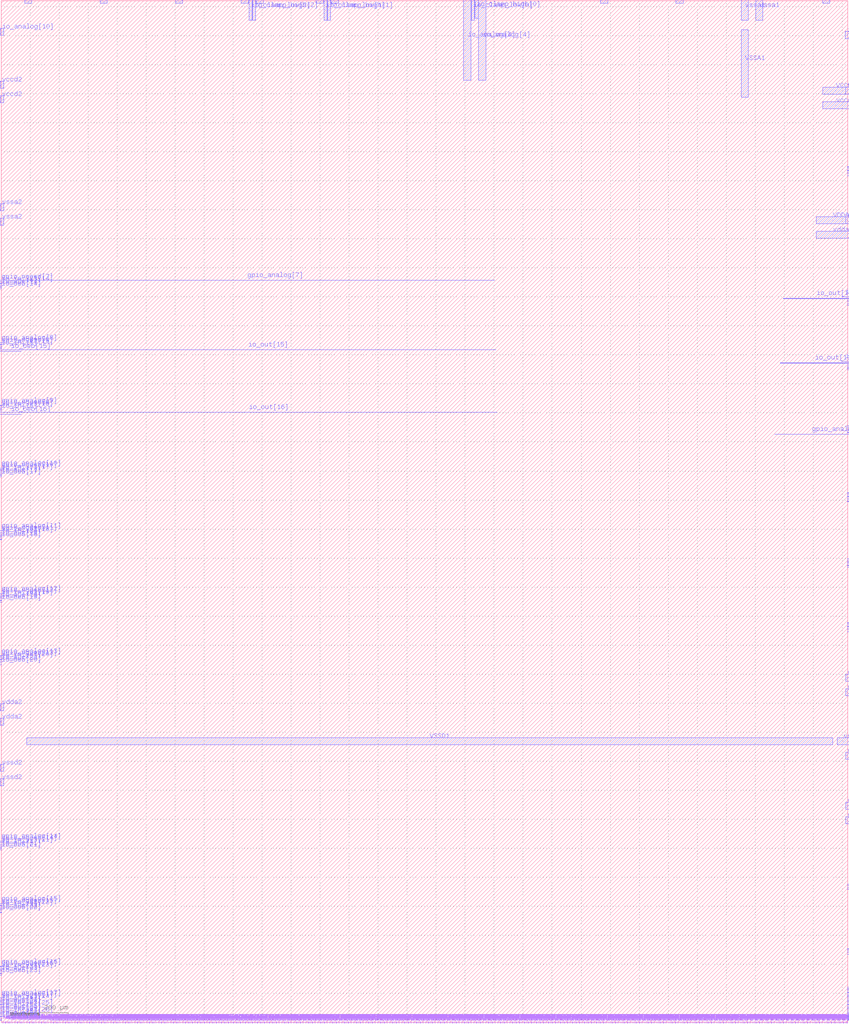
<source format=lef>
VERSION 5.7 ;
  NOWIREEXTENSIONATPIN ON ;
  DIVIDERCHAR "/" ;
  BUSBITCHARS "[]" ;
MACRO DIGITALTBD
  CLASS BLOCK ;
  FOREIGN DIGITALTBD ;
  ORIGIN 0.000 0.000 ;
  
  # FIXME: Reduce from `caravel_user` by (10x10)um (5um per side)
  SIZE 2920.000 BY 3520.000 ;

  PIN VCCD1
    PORT
      LAYER met3 ;
        RECT 2833.630 3198.920 2924.000 3222.920 ;
    END
  END VCCD1
  PIN VDDA1
    PORT
      LAYER met3 ;
        RECT 2811.595 2752.810 2924.000 2776.810 ;
    END
  END VDDA1
  PIN VSSA1
    PORT
      LAYER met3 ;
        RECT 2552.970 3187.805 2576.970 3421.680 ;
    END
  END VSSA1
  PIN VSSD1
    PORT
      LAYER met3 ;
        RECT 87.105 957.150 2868.025 981.150 ;
    END
  END VSSD1
  PIN gpio_analog[0]
    PORT
      LAYER met3 ;
        RECT 2917.600 1346.150 2924.000 1346.710 ;
    END
  END gpio_analog[0]
  PIN gpio_analog[10]
    PORT
      LAYER met3 ;
        RECT -4.000 1909.320 2.400 1909.880 ;
    END
  END gpio_analog[10]
  PIN gpio_analog[11]
    PORT
      LAYER met3 ;
        RECT -4.000 1693.210 2.400 1693.770 ;
    END
  END gpio_analog[11]
  PIN gpio_analog[12]
    PORT
      LAYER met3 ;
        RECT -4.000 1477.100 2.400 1477.660 ;
    END
  END gpio_analog[12]
  PIN gpio_analog[13]
    PORT
      LAYER met3 ;
        RECT -4.000 1261.990 2.400 1262.550 ;
    END
  END gpio_analog[13]
  PIN gpio_analog[14]
    PORT
      LAYER met3 ;
        RECT -4.000 623.880 2.400 624.440 ;
    END
  END gpio_analog[14]
  PIN gpio_analog[15]
    PORT
      LAYER met3 ;
        RECT -4.000 407.770 2.400 408.330 ;
    END
  END gpio_analog[15]
  PIN gpio_analog[16]
    PORT
      LAYER met3 ;
        RECT -4.000 191.660 2.400 192.220 ;
    END
  END gpio_analog[16]
  PIN gpio_analog[17]
    PORT
      LAYER met3 ;
        RECT -4.000 84.550 2.400 85.110 ;
    END
  END gpio_analog[17]
  PIN gpio_analog[1]
    PORT
      LAYER met3 ;
        RECT 2917.600 1568.260 2924.000 1568.820 ;
    END
  END gpio_analog[1]
  PIN gpio_analog[2]
    PORT
      LAYER met3 ;
        RECT 2917.600 1794.370 2924.000 1794.930 ;
    END
  END gpio_analog[2]
  PIN gpio_analog[3]
    PORT
      LAYER met3 ;
        RECT 2667.485 2026.480 2924.000 2027.040 ;
    END
  END gpio_analog[3]
  PIN gpio_analog[4]
    PORT
      LAYER met3 ;
        RECT 2917.600 2248.590 2924.000 2249.150 ;
    END
  END gpio_analog[4]
  PIN gpio_analog[5]
    PORT
      LAYER met3 ;
        RECT 2917.600 2470.700 2924.000 2471.260 ;
    END
  END gpio_analog[5]
  PIN gpio_analog[6]
    PORT
      LAYER met3 ;
        RECT 2917.600 2917.810 2924.000 2918.370 ;
    END
  END gpio_analog[6]
  PIN gpio_analog[7]
    PORT
      LAYER met3 ;
        RECT -4.000 2557.650 1700.360 2558.210 ;
    END
  END gpio_analog[7]
  PIN gpio_analog[8]
    PORT
      LAYER met3 ;
        RECT -4.000 2341.540 2.400 2342.100 ;
    END
  END gpio_analog[8]
  PIN gpio_analog[9]
    PORT
      LAYER met3 ;
        RECT -4.000 2125.430 2.400 2125.990 ;
    END
  END gpio_analog[9]
  PIN gpio_noesd[0]
    PORT
      LAYER met3 ;
        RECT 2917.600 1352.060 2924.000 1352.620 ;
    END
  END gpio_noesd[0]
  PIN gpio_noesd[10]
    PORT
      LAYER met3 ;
        RECT -4.000 1903.410 2.400 1903.970 ;
    END
  END gpio_noesd[10]
  PIN gpio_noesd[11]
    PORT
      LAYER met3 ;
        RECT -4.000 1687.300 2.400 1687.860 ;
    END
  END gpio_noesd[11]
  PIN gpio_noesd[12]
    PORT
      LAYER met3 ;
        RECT -4.000 1471.190 2.400 1471.750 ;
    END
  END gpio_noesd[12]
  PIN gpio_noesd[13]
    PORT
      LAYER met3 ;
        RECT -4.000 1256.080 2.400 1256.640 ;
    END
  END gpio_noesd[13]
  PIN gpio_noesd[14]
    PORT
      LAYER met3 ;
        RECT -4.000 617.970 2.400 618.530 ;
    END
  END gpio_noesd[14]
  PIN gpio_noesd[15]
    PORT
      LAYER met3 ;
        RECT -4.000 401.860 2.400 402.420 ;
    END
  END gpio_noesd[15]
  PIN gpio_noesd[16]
    PORT
      LAYER met3 ;
        RECT -4.000 185.750 2.400 186.310 ;
    END
  END gpio_noesd[16]
  PIN gpio_noesd[17]
    PORT
      LAYER met3 ;
        RECT -4.000 78.640 2.400 79.200 ;
    END
  END gpio_noesd[17]
  PIN gpio_noesd[1]
    PORT
      LAYER met3 ;
        RECT 2917.600 1574.170 2924.000 1574.730 ;
    END
  END gpio_noesd[1]
  PIN gpio_noesd[2]
    PORT
      LAYER met3 ;
        RECT 2917.600 1800.280 2924.000 1800.840 ;
    END
  END gpio_noesd[2]
  PIN gpio_noesd[3]
    PORT
      LAYER met3 ;
        RECT 2917.600 2032.390 2924.000 2032.950 ;
    END
  END gpio_noesd[3]
  PIN gpio_noesd[4]
    PORT
      LAYER met3 ;
        RECT 2917.600 2254.500 2924.000 2255.060 ;
    END
  END gpio_noesd[4]
  PIN gpio_noesd[5]
    PORT
      LAYER met3 ;
        RECT 2917.600 2476.610 2924.000 2477.170 ;
    END
  END gpio_noesd[5]
  PIN gpio_noesd[6]
    PORT
      LAYER met3 ;
        RECT 2917.600 2923.720 2924.000 2924.280 ;
    END
  END gpio_noesd[6]
  PIN gpio_noesd[7]
    PORT
      LAYER met3 ;
        RECT -4.000 2551.740 2.400 2552.300 ;
    END
  END gpio_noesd[7]
  PIN gpio_noesd[8]
    PORT
      LAYER met3 ;
        RECT -4.000 2335.630 2.400 2336.190 ;
    END
  END gpio_noesd[8]
  PIN gpio_noesd[9]
    PORT
      LAYER met3 ;
        RECT -4.000 2119.520 2.400 2120.080 ;
    END
  END gpio_noesd[9]
  PIN io_analog[0]
    PORT
      LAYER met3 ;
        RECT 2911.500 3389.920 2924.000 3414.920 ;
    END
  END io_analog[0]
  PIN io_analog[10]
    PORT
      LAYER met3 ;
        RECT -4.000 3401.210 8.500 3426.210 ;
    END
  END io_analog[10]
  PIN io_analog[1]
    PORT
      LAYER met3 ;
        RECT 2832.970 3511.500 2857.970 3524.000 ;
    END
  END io_analog[1]
  PIN io_analog[2]
    PORT
      LAYER met3 ;
        RECT 2326.970 3511.500 2351.970 3524.000 ;
    END
  END io_analog[2]
  PIN io_analog[3]
    PORT
      LAYER met3 ;
        RECT 2066.970 3511.500 2091.970 3524.000 ;
    END
  END io_analog[3]
  PIN io_analog[4]
    PORT
      LAYER met3 ;
        RECT 1646.470 3247.450 1671.470 3524.000 ;
    END
    PORT
      LAYER met3 ;
        RECT 1594.970 3247.450 1619.970 3524.000 ;
    END
  END io_analog[4]
  PIN io_analog[5]
    PORT
      LAYER met3 ;
        RECT 1137.970 3511.500 1162.970 3524.000 ;
    END
    PORT
      LAYER met3 ;
        RECT 1086.470 3511.500 1111.470 3524.000 ;
    END
  END io_analog[5]
  PIN io_analog[6]
    PORT
      LAYER met3 ;
        RECT 879.470 3511.500 904.470 3524.000 ;
    END
    PORT
      LAYER met3 ;
        RECT 827.970 3511.500 852.970 3524.000 ;
    END
  END io_analog[6]
  PIN io_analog[7]
    PORT
      LAYER met3 ;
        RECT 600.970 3511.500 625.970 3524.000 ;
    END
  END io_analog[7]
  PIN io_analog[8]
    PORT
      LAYER met3 ;
        RECT 340.970 3511.500 365.970 3524.000 ;
    END
  END io_analog[8]
  PIN io_analog[9]
    PORT
      LAYER met3 ;
        RECT 80.970 3511.500 105.970 3524.000 ;
    END
  END io_analog[9]
  PIN io_clamp_high[0]
    PORT
      LAYER met3 ;
        RECT 1633.970 3460.460 1644.970 3524.000 ;
    END
  END io_clamp_high[0]
  PIN io_clamp_high[1]
    PORT
      LAYER met3 ;
        RECT 1125.470 3453.050 1136.470 3524.000 ;
    END
  END io_clamp_high[1]
  PIN io_clamp_high[2]
    PORT
      LAYER met3 ;
        RECT 866.970 3452.885 877.970 3524.000 ;
    END
  END io_clamp_high[2]
  PIN io_clamp_low[0]
    PORT
      LAYER met3 ;
        RECT 1621.470 3452.965 1632.470 3524.000 ;
    END
  END io_clamp_low[0]
  PIN io_clamp_low[1]
    PORT
      LAYER met3 ;
        RECT 1112.970 3453.050 1123.970 3524.000 ;
    END
  END io_clamp_low[1]
  PIN io_clamp_low[2]
    PORT
      LAYER met3 ;
        RECT 854.470 3452.885 865.470 3524.000 ;
    END
  END io_clamp_low[2]
  PIN io_in[0]
    PORT
      LAYER met3 ;
        RECT 2917.600 13.630 2924.000 14.190 ;
    END
  END io_in[0]
  PIN io_in[10]
    PORT
      LAYER met3 ;
        RECT 2917.600 2044.210 2924.000 2044.770 ;
    END
  END io_in[10]
  PIN io_in[11]
    PORT
      LAYER met3 ;
        RECT 2917.600 2266.320 2924.000 2266.880 ;
    END
  END io_in[11]
  PIN io_in[12]
    PORT
      LAYER met3 ;
        RECT 2917.600 2488.430 2924.000 2488.990 ;
    END
  END io_in[12]
  PIN io_in[13]
    PORT
      LAYER met3 ;
        RECT 2917.600 2935.540 2924.000 2936.100 ;
    END
  END io_in[13]
  PIN io_in[14]
    PORT
      LAYER met3 ;
        RECT -4.000 2539.920 2.400 2540.480 ;
    END
  END io_in[14]
  PIN io_in[15]
    PORT
      LAYER met3 ;
        RECT -4.000 2323.810 2.400 2324.370 ;
    END
  END io_in[15]
  PIN io_in[16]
    PORT
      LAYER met3 ;
        RECT -4.000 2107.700 2.400 2108.260 ;
    END
  END io_in[16]
  PIN io_in[17]
    PORT
      LAYER met3 ;
        RECT -4.000 1891.590 2.400 1892.150 ;
    END
  END io_in[17]
  PIN io_in[18]
    PORT
      LAYER met3 ;
        RECT -4.000 1675.480 2.400 1676.040 ;
    END
  END io_in[18]
  PIN io_in[19]
    PORT
      LAYER met3 ;
        RECT -4.000 1459.370 2.400 1459.930 ;
    END
  END io_in[19]
  PIN io_in[1]
    PORT
      LAYER met3 ;
        RECT 2917.600 37.270 2924.000 37.830 ;
    END
  END io_in[1]
  PIN io_in[20]
    PORT
      LAYER met3 ;
        RECT -4.000 1244.260 2.400 1244.820 ;
    END
  END io_in[20]
  PIN io_in[21]
    PORT
      LAYER met3 ;
        RECT -4.000 606.150 2.400 606.710 ;
    END
  END io_in[21]
  PIN io_in[22]
    PORT
      LAYER met3 ;
        RECT -4.000 390.040 2.400 390.600 ;
    END
  END io_in[22]
  PIN io_in[23]
    PORT
      LAYER met3 ;
        RECT -4.000 173.930 2.400 174.490 ;
    END
  END io_in[23]
  PIN io_in[24]
    PORT
      LAYER met3 ;
        RECT -4.000 66.820 2.400 67.380 ;
    END
  END io_in[24]
  PIN io_in[25]
    PORT
      LAYER met3 ;
        RECT -4.000 43.180 2.400 43.740 ;
    END
  END io_in[25]
  PIN io_in[26]
    PORT
      LAYER met3 ;
        RECT -4.000 19.540 2.400 20.100 ;
    END
  END io_in[26]
  PIN io_in[2]
    PORT
      LAYER met3 ;
        RECT 2917.600 60.910 2924.000 61.470 ;
    END
  END io_in[2]
  PIN io_in[3]
    PORT
      LAYER met3 ;
        RECT 2917.600 84.550 2924.000 85.110 ;
    END
  END io_in[3]
  PIN io_in[4]
    PORT
      LAYER met3 ;
        RECT 2917.600 108.190 2924.000 108.750 ;
    END
  END io_in[4]
  PIN io_in[5]
    PORT
      LAYER met3 ;
        RECT 2917.600 240.480 2924.000 241.040 ;
    END
  END io_in[5]
  PIN io_in[6]
    PORT
      LAYER met3 ;
        RECT 2917.600 463.770 2924.000 464.330 ;
    END
  END io_in[6]
  PIN io_in[7]
    PORT
      LAYER met3 ;
        RECT 2917.600 1363.880 2924.000 1364.440 ;
    END
  END io_in[7]
  PIN io_in[8]
    PORT
      LAYER met3 ;
        RECT 2917.600 1585.990 2924.000 1586.550 ;
    END
  END io_in[8]
  PIN io_in[9]
    PORT
      LAYER met3 ;
        RECT 2917.600 1812.100 2924.000 1812.660 ;
    END
  END io_in[9]
  PIN io_in_3v3[0]
    PORT
      LAYER met3 ;
        RECT 2917.600 7.720 2924.000 8.280 ;
    END
  END io_in_3v3[0]
  PIN io_in_3v3[10]
    PORT
      LAYER met3 ;
        RECT 2917.600 2038.300 2924.000 2038.860 ;
    END
  END io_in_3v3[10]
  PIN io_in_3v3[11]
    PORT
      LAYER met3 ;
        RECT 2917.600 2260.410 2924.000 2260.970 ;
    END
  END io_in_3v3[11]
  PIN io_in_3v3[12]
    PORT
      LAYER met3 ;
        RECT 2917.600 2482.520 2924.000 2483.080 ;
    END
  END io_in_3v3[12]
  PIN io_in_3v3[13]
    PORT
      LAYER met3 ;
        RECT 2917.600 2929.630 2924.000 2930.190 ;
    END
  END io_in_3v3[13]
  PIN io_in_3v3[14]
    PORT
      LAYER met3 ;
        RECT -4.000 2545.830 2.400 2546.390 ;
    END
  END io_in_3v3[14]
  PIN io_in_3v3[15]
    PORT
      LAYER met3 ;
        RECT -4.000 2329.720 2.400 2330.280 ;
    END
  END io_in_3v3[15]
  PIN io_in_3v3[16]
    PORT
      LAYER met3 ;
        RECT -4.000 2113.610 2.400 2114.170 ;
    END
  END io_in_3v3[16]
  PIN io_in_3v3[17]
    PORT
      LAYER met3 ;
        RECT -4.000 1897.500 2.400 1898.060 ;
    END
  END io_in_3v3[17]
  PIN io_in_3v3[18]
    PORT
      LAYER met3 ;
        RECT -4.000 1681.390 2.400 1681.950 ;
    END
  END io_in_3v3[18]
  PIN io_in_3v3[19]
    PORT
      LAYER met3 ;
        RECT -4.000 1465.280 2.400 1465.840 ;
    END
  END io_in_3v3[19]
  PIN io_in_3v3[1]
    PORT
      LAYER met3 ;
        RECT 2917.600 31.360 2924.000 31.920 ;
    END
  END io_in_3v3[1]
  PIN io_in_3v3[20]
    PORT
      LAYER met3 ;
        RECT -4.000 1250.170 2.400 1250.730 ;
    END
  END io_in_3v3[20]
  PIN io_in_3v3[21]
    PORT
      LAYER met3 ;
        RECT -4.000 612.060 2.400 612.620 ;
    END
  END io_in_3v3[21]
  PIN io_in_3v3[22]
    PORT
      LAYER met3 ;
        RECT -4.000 395.950 2.400 396.510 ;
    END
  END io_in_3v3[22]
  PIN io_in_3v3[23]
    PORT
      LAYER met3 ;
        RECT -4.000 179.840 2.400 180.400 ;
    END
  END io_in_3v3[23]
  PIN io_in_3v3[24]
    PORT
      LAYER met3 ;
        RECT -4.000 72.730 2.400 73.290 ;
    END
  END io_in_3v3[24]
  PIN io_in_3v3[25]
    PORT
      LAYER met3 ;
        RECT -4.000 49.090 2.400 49.650 ;
    END
  END io_in_3v3[25]
  PIN io_in_3v3[26]
    PORT
      LAYER met3 ;
        RECT -4.000 25.450 2.400 26.010 ;
    END
  END io_in_3v3[26]
  PIN io_in_3v3[2]
    PORT
      LAYER met3 ;
        RECT 2917.600 55.000 2924.000 55.560 ;
    END
  END io_in_3v3[2]
  PIN io_in_3v3[3]
    PORT
      LAYER met3 ;
        RECT 2917.600 78.640 2924.000 79.200 ;
    END
  END io_in_3v3[3]
  PIN io_in_3v3[4]
    PORT
      LAYER met3 ;
        RECT 2917.600 102.280 2924.000 102.840 ;
    END
  END io_in_3v3[4]
  PIN io_in_3v3[5]
    PORT
      LAYER met3 ;
        RECT 2917.600 234.570 2924.000 235.130 ;
    END
  END io_in_3v3[5]
  PIN io_in_3v3[6]
    PORT
      LAYER met3 ;
        RECT 2917.600 457.860 2924.000 458.420 ;
    END
  END io_in_3v3[6]
  PIN io_in_3v3[7]
    PORT
      LAYER met3 ;
        RECT 2917.600 1357.970 2924.000 1358.530 ;
    END
  END io_in_3v3[7]
  PIN io_in_3v3[8]
    PORT
      LAYER met3 ;
        RECT 2917.600 1580.080 2924.000 1580.640 ;
    END
  END io_in_3v3[8]
  PIN io_in_3v3[9]
    PORT
      LAYER met3 ;
        RECT 2917.600 1806.190 2924.000 1806.750 ;
    END
  END io_in_3v3[9]
  PIN io_oeb[0]
    PORT
      LAYER met3 ;
        RECT 2917.600 25.450 2924.000 26.010 ;
    END
  END io_oeb[0]
  PIN io_oeb[10]
    PORT
      LAYER met3 ;
        RECT 2917.600 2056.030 2924.000 2056.590 ;
    END
  END io_oeb[10]
  PIN io_oeb[11]
    PORT
      LAYER met3 ;
        RECT 2898.095 2278.140 2924.000 2278.700 ;
    END
  END io_oeb[11]
  PIN io_oeb[12]
    PORT
      LAYER met3 ;
        RECT 2898.095 2500.250 2924.000 2500.810 ;
    END
  END io_oeb[12]
  PIN io_oeb[13]
    PORT
      LAYER met3 ;
        RECT 2917.600 2947.360 2924.000 2947.920 ;
    END
  END io_oeb[13]
  PIN io_oeb[14]
    PORT
      LAYER met3 ;
        RECT -4.000 2528.100 2.400 2528.660 ;
    END
  END io_oeb[14]
  PIN io_oeb[15]
    PORT
      LAYER met3 ;
        RECT -4.000 2311.990 69.485 2312.550 ;
    END
  END io_oeb[15]
  PIN io_oeb[16]
    PORT
      LAYER met3 ;
        RECT -4.000 2095.880 69.555 2096.440 ;
    END
  END io_oeb[16]
  PIN io_oeb[17]
    PORT
      LAYER met3 ;
        RECT -4.000 1879.770 2.400 1880.330 ;
    END
  END io_oeb[17]
  PIN io_oeb[18]
    PORT
      LAYER met3 ;
        RECT -4.000 1663.660 2.400 1664.220 ;
    END
  END io_oeb[18]
  PIN io_oeb[19]
    PORT
      LAYER met3 ;
        RECT -4.000 1447.550 2.400 1448.110 ;
    END
  END io_oeb[19]
  PIN io_oeb[1]
    PORT
      LAYER met3 ;
        RECT 2917.600 49.090 2924.000 49.650 ;
    END
  END io_oeb[1]
  PIN io_oeb[20]
    PORT
      LAYER met3 ;
        RECT -4.000 1232.440 2.400 1233.000 ;
    END
  END io_oeb[20]
  PIN io_oeb[21]
    PORT
      LAYER met3 ;
        RECT -4.000 594.330 2.400 594.890 ;
    END
  END io_oeb[21]
  PIN io_oeb[22]
    PORT
      LAYER met3 ;
        RECT -4.000 378.220 2.400 378.780 ;
    END
  END io_oeb[22]
  PIN io_oeb[23]
    PORT
      LAYER met3 ;
        RECT -4.000 162.110 2.400 162.670 ;
    END
  END io_oeb[23]
  PIN io_oeb[24]
    PORT
      LAYER met3 ;
        RECT -4.000 55.000 2.400 55.560 ;
    END
  END io_oeb[24]
  PIN io_oeb[25]
    PORT
      LAYER met3 ;
        RECT -4.000 31.360 2.400 31.920 ;
    END
  END io_oeb[25]
  PIN io_oeb[26]
    PORT
      LAYER met3 ;
        RECT -4.000 7.720 2.400 8.280 ;
    END
  END io_oeb[26]
  PIN io_oeb[2]
    PORT
      LAYER met3 ;
        RECT 2917.600 72.730 2924.000 73.290 ;
    END
  END io_oeb[2]
  PIN io_oeb[3]
    PORT
      LAYER met3 ;
        RECT 2917.600 96.370 2924.000 96.930 ;
    END
  END io_oeb[3]
  PIN io_oeb[4]
    PORT
      LAYER met3 ;
        RECT 2917.600 120.010 2924.000 120.570 ;
    END
  END io_oeb[4]
  PIN io_oeb[5]
    PORT
      LAYER met3 ;
        RECT 2917.600 252.300 2924.000 252.860 ;
    END
  END io_oeb[5]
  PIN io_oeb[6]
    PORT
      LAYER met3 ;
        RECT 2917.600 475.590 2924.000 476.150 ;
    END
  END io_oeb[6]
  PIN io_oeb[7]
    PORT
      LAYER met3 ;
        RECT 2917.600 1375.700 2924.000 1376.260 ;
    END
  END io_oeb[7]
  PIN io_oeb[8]
    PORT
      LAYER met3 ;
        RECT 2917.600 1597.810 2924.000 1598.370 ;
    END
  END io_oeb[8]
  PIN io_oeb[9]
    PORT
      LAYER met3 ;
        RECT 2917.600 1823.920 2924.000 1824.480 ;
    END
  END io_oeb[9]
  PIN io_out[0]
    PORT
      LAYER met3 ;
        RECT 2917.600 19.540 2924.000 20.100 ;
    END
  END io_out[0]
  PIN io_out[10]
    PORT
      LAYER met3 ;
        RECT 2917.600 2050.120 2924.000 2050.680 ;
    END
  END io_out[10]
  PIN io_out[11]
    PORT
      LAYER met3 ;
        RECT 2686.880 2272.230 2924.000 2272.790 ;
    END
  END io_out[11]
  PIN io_out[12]
    PORT
      LAYER met3 ;
        RECT 2697.470 2494.340 2924.000 2494.900 ;
    END
  END io_out[12]
  PIN io_out[13]
    PORT
      LAYER met3 ;
        RECT 2917.600 2941.450 2924.000 2942.010 ;
    END
  END io_out[13]
  PIN io_out[14]
    PORT
      LAYER met3 ;
        RECT -4.000 2534.010 2.400 2534.570 ;
    END
  END io_out[14]
  PIN io_out[15]
    PORT
      LAYER met3 ;
        RECT -4.000 2317.900 1705.395 2318.460 ;
    END
  END io_out[15]
  PIN io_out[16]
    PORT
      LAYER met3 ;
        RECT -4.000 2101.790 1709.250 2102.350 ;
    END
  END io_out[16]
  PIN io_out[17]
    PORT
      LAYER met3 ;
        RECT -4.000 1885.680 2.400 1886.240 ;
    END
  END io_out[17]
  PIN io_out[18]
    PORT
      LAYER met3 ;
        RECT -4.000 1669.570 2.400 1670.130 ;
    END
  END io_out[18]
  PIN io_out[19]
    PORT
      LAYER met3 ;
        RECT -4.000 1453.460 2.400 1454.020 ;
    END
  END io_out[19]
  PIN io_out[1]
    PORT
      LAYER met3 ;
        RECT 2917.600 43.180 2924.000 43.740 ;
    END
  END io_out[1]
  PIN io_out[20]
    PORT
      LAYER met3 ;
        RECT -4.000 1238.350 2.400 1238.910 ;
    END
  END io_out[20]
  PIN io_out[21]
    PORT
      LAYER met3 ;
        RECT -4.000 600.240 2.400 600.800 ;
    END
  END io_out[21]
  PIN io_out[22]
    PORT
      LAYER met3 ;
        RECT -4.000 384.130 2.400 384.690 ;
    END
  END io_out[22]
  PIN io_out[23]
    PORT
      LAYER met3 ;
        RECT -4.000 168.020 2.400 168.580 ;
    END
  END io_out[23]
  PIN io_out[24]
    PORT
      LAYER met3 ;
        RECT -4.000 60.910 2.400 61.470 ;
    END
  END io_out[24]
  PIN io_out[25]
    PORT
      LAYER met3 ;
        RECT -4.000 37.270 2.400 37.830 ;
    END
  END io_out[25]
  PIN io_out[26]
    PORT
      LAYER met3 ;
        RECT -4.000 13.630 2.400 14.190 ;
    END
  END io_out[26]
  PIN io_out[2]
    PORT
      LAYER met3 ;
        RECT 2917.600 66.820 2924.000 67.380 ;
    END
  END io_out[2]
  PIN io_out[3]
    PORT
      LAYER met3 ;
        RECT 2917.600 90.460 2924.000 91.020 ;
    END
  END io_out[3]
  PIN io_out[4]
    PORT
      LAYER met3 ;
        RECT 2917.600 114.100 2924.000 114.660 ;
    END
  END io_out[4]
  PIN io_out[5]
    PORT
      LAYER met3 ;
        RECT 2917.600 246.390 2924.000 246.950 ;
    END
  END io_out[5]
  PIN io_out[6]
    PORT
      LAYER met3 ;
        RECT 2917.600 469.680 2924.000 470.240 ;
    END
  END io_out[6]
  PIN io_out[7]
    PORT
      LAYER met3 ;
        RECT 2917.600 1369.790 2924.000 1370.350 ;
    END
  END io_out[7]
  PIN io_out[8]
    PORT
      LAYER met3 ;
        RECT 2917.600 1591.900 2924.000 1592.460 ;
    END
  END io_out[8]
  PIN io_out[9]
    PORT
      LAYER met3 ;
        RECT 2917.600 1818.010 2924.000 1818.570 ;
    END
  END io_out[9]
  PIN la_data_in[0]
    PORT
      LAYER met2 ;
        RECT 629.080 -4.000 629.640 2.400 ;
    END
  END la_data_in[0]
  PIN la_data_in[100]
    PORT
      LAYER met2 ;
        RECT 2402.080 -4.000 2402.640 2.400 ;
    END
  END la_data_in[100]
  PIN la_data_in[101]
    PORT
      LAYER met2 ;
        RECT 2419.810 -4.000 2420.370 2.400 ;
    END
  END la_data_in[101]
  PIN la_data_in[102]
    PORT
      LAYER met2 ;
        RECT 2437.540 -4.000 2438.100 2.400 ;
    END
  END la_data_in[102]
  PIN la_data_in[103]
    PORT
      LAYER met2 ;
        RECT 2455.270 -4.000 2455.830 2.400 ;
    END
  END la_data_in[103]
  PIN la_data_in[104]
    PORT
      LAYER met2 ;
        RECT 2473.000 -4.000 2473.560 2.400 ;
    END
  END la_data_in[104]
  PIN la_data_in[105]
    PORT
      LAYER met2 ;
        RECT 2490.730 -4.000 2491.290 2.400 ;
    END
  END la_data_in[105]
  PIN la_data_in[106]
    PORT
      LAYER met2 ;
        RECT 2508.460 -4.000 2509.020 2.400 ;
    END
  END la_data_in[106]
  PIN la_data_in[107]
    PORT
      LAYER met2 ;
        RECT 2526.190 -4.000 2526.750 2.400 ;
    END
  END la_data_in[107]
  PIN la_data_in[108]
    PORT
      LAYER met2 ;
        RECT 2543.920 -4.000 2544.480 2.400 ;
    END
  END la_data_in[108]
  PIN la_data_in[109]
    PORT
      LAYER met2 ;
        RECT 2561.650 -4.000 2562.210 2.400 ;
    END
  END la_data_in[109]
  PIN la_data_in[10]
    PORT
      LAYER met2 ;
        RECT 806.380 -4.000 806.940 2.400 ;
    END
  END la_data_in[10]
  PIN la_data_in[110]
    PORT
      LAYER met2 ;
        RECT 2579.380 -4.000 2579.940 2.400 ;
    END
  END la_data_in[110]
  PIN la_data_in[111]
    PORT
      LAYER met2 ;
        RECT 2597.110 -4.000 2597.670 2.400 ;
    END
  END la_data_in[111]
  PIN la_data_in[112]
    PORT
      LAYER met2 ;
        RECT 2614.840 -4.000 2615.400 2.400 ;
    END
  END la_data_in[112]
  PIN la_data_in[113]
    PORT
      LAYER met2 ;
        RECT 2632.570 -4.000 2633.130 2.400 ;
    END
  END la_data_in[113]
  PIN la_data_in[114]
    PORT
      LAYER met2 ;
        RECT 2650.300 -4.000 2650.860 2.400 ;
    END
  END la_data_in[114]
  PIN la_data_in[115]
    PORT
      LAYER met2 ;
        RECT 2668.030 -4.000 2668.590 2.400 ;
    END
  END la_data_in[115]
  PIN la_data_in[116]
    PORT
      LAYER met2 ;
        RECT 2685.760 -4.000 2686.320 2.400 ;
    END
  END la_data_in[116]
  PIN la_data_in[117]
    PORT
      LAYER met2 ;
        RECT 2703.490 -4.000 2704.050 2.400 ;
    END
  END la_data_in[117]
  PIN la_data_in[118]
    PORT
      LAYER met2 ;
        RECT 2721.220 -4.000 2721.780 2.400 ;
    END
  END la_data_in[118]
  PIN la_data_in[119]
    PORT
      LAYER met2 ;
        RECT 2738.950 -4.000 2739.510 2.400 ;
    END
  END la_data_in[119]
  PIN la_data_in[11]
    PORT
      LAYER met2 ;
        RECT 824.110 -4.000 824.670 2.400 ;
    END
  END la_data_in[11]
  PIN la_data_in[120]
    PORT
      LAYER met2 ;
        RECT 2756.680 -4.000 2757.240 2.400 ;
    END
  END la_data_in[120]
  PIN la_data_in[121]
    PORT
      LAYER met2 ;
        RECT 2774.410 -4.000 2774.970 2.400 ;
    END
  END la_data_in[121]
  PIN la_data_in[122]
    PORT
      LAYER met2 ;
        RECT 2792.140 -4.000 2792.700 2.400 ;
    END
  END la_data_in[122]
  PIN la_data_in[123]
    PORT
      LAYER met2 ;
        RECT 2809.870 -4.000 2810.430 2.400 ;
    END
  END la_data_in[123]
  PIN la_data_in[124]
    PORT
      LAYER met2 ;
        RECT 2827.600 -4.000 2828.160 2.400 ;
    END
  END la_data_in[124]
  PIN la_data_in[125]
    PORT
      LAYER met2 ;
        RECT 2845.330 -4.000 2845.890 2.400 ;
    END
  END la_data_in[125]
  PIN la_data_in[126]
    PORT
      LAYER met2 ;
        RECT 2863.060 -4.000 2863.620 2.400 ;
    END
  END la_data_in[126]
  PIN la_data_in[127]
    PORT
      LAYER met2 ;
        RECT 2880.790 -4.000 2881.350 2.400 ;
    END
  END la_data_in[127]
  PIN la_data_in[12]
    PORT
      LAYER met2 ;
        RECT 841.840 -4.000 842.400 2.400 ;
    END
  END la_data_in[12]
  PIN la_data_in[13]
    PORT
      LAYER met2 ;
        RECT 859.570 -4.000 860.130 2.400 ;
    END
  END la_data_in[13]
  PIN la_data_in[14]
    PORT
      LAYER met2 ;
        RECT 877.300 -4.000 877.860 2.400 ;
    END
  END la_data_in[14]
  PIN la_data_in[15]
    PORT
      LAYER met2 ;
        RECT 895.030 -4.000 895.590 2.400 ;
    END
  END la_data_in[15]
  PIN la_data_in[16]
    PORT
      LAYER met2 ;
        RECT 912.760 -4.000 913.320 2.400 ;
    END
  END la_data_in[16]
  PIN la_data_in[17]
    PORT
      LAYER met2 ;
        RECT 930.490 -4.000 931.050 2.400 ;
    END
  END la_data_in[17]
  PIN la_data_in[18]
    PORT
      LAYER met2 ;
        RECT 948.220 -4.000 948.780 2.400 ;
    END
  END la_data_in[18]
  PIN la_data_in[19]
    PORT
      LAYER met2 ;
        RECT 965.950 -4.000 966.510 2.400 ;
    END
  END la_data_in[19]
  PIN la_data_in[1]
    PORT
      LAYER met2 ;
        RECT 646.810 -4.000 647.370 2.400 ;
    END
  END la_data_in[1]
  PIN la_data_in[20]
    PORT
      LAYER met2 ;
        RECT 983.680 -4.000 984.240 2.400 ;
    END
  END la_data_in[20]
  PIN la_data_in[21]
    PORT
      LAYER met2 ;
        RECT 1001.410 -4.000 1001.970 2.400 ;
    END
  END la_data_in[21]
  PIN la_data_in[22]
    PORT
      LAYER met2 ;
        RECT 1019.140 -4.000 1019.700 2.400 ;
    END
  END la_data_in[22]
  PIN la_data_in[23]
    PORT
      LAYER met2 ;
        RECT 1036.870 -4.000 1037.430 2.400 ;
    END
  END la_data_in[23]
  PIN la_data_in[24]
    PORT
      LAYER met2 ;
        RECT 1054.600 -4.000 1055.160 2.400 ;
    END
  END la_data_in[24]
  PIN la_data_in[25]
    PORT
      LAYER met2 ;
        RECT 1072.330 -4.000 1072.890 2.400 ;
    END
  END la_data_in[25]
  PIN la_data_in[26]
    PORT
      LAYER met2 ;
        RECT 1090.060 -4.000 1090.620 2.400 ;
    END
  END la_data_in[26]
  PIN la_data_in[27]
    PORT
      LAYER met2 ;
        RECT 1107.790 -4.000 1108.350 2.400 ;
    END
  END la_data_in[27]
  PIN la_data_in[28]
    PORT
      LAYER met2 ;
        RECT 1125.520 -4.000 1126.080 2.400 ;
    END
  END la_data_in[28]
  PIN la_data_in[29]
    PORT
      LAYER met2 ;
        RECT 1143.250 -4.000 1143.810 2.400 ;
    END
  END la_data_in[29]
  PIN la_data_in[2]
    PORT
      LAYER met2 ;
        RECT 664.540 -4.000 665.100 2.400 ;
    END
  END la_data_in[2]
  PIN la_data_in[30]
    PORT
      LAYER met2 ;
        RECT 1160.980 -4.000 1161.540 2.400 ;
    END
  END la_data_in[30]
  PIN la_data_in[31]
    PORT
      LAYER met2 ;
        RECT 1178.710 -4.000 1179.270 2.400 ;
    END
  END la_data_in[31]
  PIN la_data_in[32]
    PORT
      LAYER met2 ;
        RECT 1196.440 -4.000 1197.000 2.400 ;
    END
  END la_data_in[32]
  PIN la_data_in[33]
    PORT
      LAYER met2 ;
        RECT 1214.170 -4.000 1214.730 2.400 ;
    END
  END la_data_in[33]
  PIN la_data_in[34]
    PORT
      LAYER met2 ;
        RECT 1231.900 -4.000 1232.460 2.400 ;
    END
  END la_data_in[34]
  PIN la_data_in[35]
    PORT
      LAYER met2 ;
        RECT 1249.630 -4.000 1250.190 2.400 ;
    END
  END la_data_in[35]
  PIN la_data_in[36]
    PORT
      LAYER met2 ;
        RECT 1267.360 -4.000 1267.920 2.400 ;
    END
  END la_data_in[36]
  PIN la_data_in[37]
    PORT
      LAYER met2 ;
        RECT 1285.090 -4.000 1285.650 2.400 ;
    END
  END la_data_in[37]
  PIN la_data_in[38]
    PORT
      LAYER met2 ;
        RECT 1302.820 -4.000 1303.380 2.400 ;
    END
  END la_data_in[38]
  PIN la_data_in[39]
    PORT
      LAYER met2 ;
        RECT 1320.550 -4.000 1321.110 2.400 ;
    END
  END la_data_in[39]
  PIN la_data_in[3]
    PORT
      LAYER met2 ;
        RECT 682.270 -4.000 682.830 2.400 ;
    END
  END la_data_in[3]
  PIN la_data_in[40]
    PORT
      LAYER met2 ;
        RECT 1338.280 -4.000 1338.840 2.400 ;
    END
  END la_data_in[40]
  PIN la_data_in[41]
    PORT
      LAYER met2 ;
        RECT 1356.010 -4.000 1356.570 2.400 ;
    END
  END la_data_in[41]
  PIN la_data_in[42]
    PORT
      LAYER met2 ;
        RECT 1373.740 -4.000 1374.300 2.400 ;
    END
  END la_data_in[42]
  PIN la_data_in[43]
    PORT
      LAYER met2 ;
        RECT 1391.470 -4.000 1392.030 2.400 ;
    END
  END la_data_in[43]
  PIN la_data_in[44]
    PORT
      LAYER met2 ;
        RECT 1409.200 -4.000 1409.760 2.400 ;
    END
  END la_data_in[44]
  PIN la_data_in[45]
    PORT
      LAYER met2 ;
        RECT 1426.930 -4.000 1427.490 2.400 ;
    END
  END la_data_in[45]
  PIN la_data_in[46]
    PORT
      LAYER met2 ;
        RECT 1444.660 -4.000 1445.220 2.400 ;
    END
  END la_data_in[46]
  PIN la_data_in[47]
    PORT
      LAYER met2 ;
        RECT 1462.390 -4.000 1462.950 2.400 ;
    END
  END la_data_in[47]
  PIN la_data_in[48]
    PORT
      LAYER met2 ;
        RECT 1480.120 -4.000 1480.680 2.400 ;
    END
  END la_data_in[48]
  PIN la_data_in[49]
    PORT
      LAYER met2 ;
        RECT 1497.850 -4.000 1498.410 2.400 ;
    END
  END la_data_in[49]
  PIN la_data_in[4]
    PORT
      LAYER met2 ;
        RECT 700.000 -4.000 700.560 2.400 ;
    END
  END la_data_in[4]
  PIN la_data_in[50]
    PORT
      LAYER met2 ;
        RECT 1515.580 -4.000 1516.140 2.400 ;
    END
  END la_data_in[50]
  PIN la_data_in[51]
    PORT
      LAYER met2 ;
        RECT 1533.310 -4.000 1533.870 2.400 ;
    END
  END la_data_in[51]
  PIN la_data_in[52]
    PORT
      LAYER met2 ;
        RECT 1551.040 -4.000 1551.600 2.400 ;
    END
  END la_data_in[52]
  PIN la_data_in[53]
    PORT
      LAYER met2 ;
        RECT 1568.770 -4.000 1569.330 2.400 ;
    END
  END la_data_in[53]
  PIN la_data_in[54]
    PORT
      LAYER met2 ;
        RECT 1586.500 -4.000 1587.060 2.400 ;
    END
  END la_data_in[54]
  PIN la_data_in[55]
    PORT
      LAYER met2 ;
        RECT 1604.230 -4.000 1604.790 2.400 ;
    END
  END la_data_in[55]
  PIN la_data_in[56]
    PORT
      LAYER met2 ;
        RECT 1621.960 -4.000 1622.520 2.400 ;
    END
  END la_data_in[56]
  PIN la_data_in[57]
    PORT
      LAYER met2 ;
        RECT 1639.690 -4.000 1640.250 2.400 ;
    END
  END la_data_in[57]
  PIN la_data_in[58]
    PORT
      LAYER met2 ;
        RECT 1657.420 -4.000 1657.980 2.400 ;
    END
  END la_data_in[58]
  PIN la_data_in[59]
    PORT
      LAYER met2 ;
        RECT 1675.150 -4.000 1675.710 2.400 ;
    END
  END la_data_in[59]
  PIN la_data_in[5]
    PORT
      LAYER met2 ;
        RECT 717.730 -4.000 718.290 2.400 ;
    END
  END la_data_in[5]
  PIN la_data_in[60]
    PORT
      LAYER met2 ;
        RECT 1692.880 -4.000 1693.440 2.400 ;
    END
  END la_data_in[60]
  PIN la_data_in[61]
    PORT
      LAYER met2 ;
        RECT 1710.610 -4.000 1711.170 2.400 ;
    END
  END la_data_in[61]
  PIN la_data_in[62]
    PORT
      LAYER met2 ;
        RECT 1728.340 -4.000 1728.900 2.400 ;
    END
  END la_data_in[62]
  PIN la_data_in[63]
    PORT
      LAYER met2 ;
        RECT 1746.070 -4.000 1746.630 2.400 ;
    END
  END la_data_in[63]
  PIN la_data_in[64]
    PORT
      LAYER met2 ;
        RECT 1763.800 -4.000 1764.360 2.400 ;
    END
  END la_data_in[64]
  PIN la_data_in[65]
    PORT
      LAYER met2 ;
        RECT 1781.530 -4.000 1782.090 2.400 ;
    END
  END la_data_in[65]
  PIN la_data_in[66]
    PORT
      LAYER met2 ;
        RECT 1799.260 -4.000 1799.820 2.400 ;
    END
  END la_data_in[66]
  PIN la_data_in[67]
    PORT
      LAYER met2 ;
        RECT 1816.990 -4.000 1817.550 2.400 ;
    END
  END la_data_in[67]
  PIN la_data_in[68]
    PORT
      LAYER met2 ;
        RECT 1834.720 -4.000 1835.280 2.400 ;
    END
  END la_data_in[68]
  PIN la_data_in[69]
    PORT
      LAYER met2 ;
        RECT 1852.450 -4.000 1853.010 2.400 ;
    END
  END la_data_in[69]
  PIN la_data_in[6]
    PORT
      LAYER met2 ;
        RECT 735.460 -4.000 736.020 2.400 ;
    END
  END la_data_in[6]
  PIN la_data_in[70]
    PORT
      LAYER met2 ;
        RECT 1870.180 -4.000 1870.740 2.400 ;
    END
  END la_data_in[70]
  PIN la_data_in[71]
    PORT
      LAYER met2 ;
        RECT 1887.910 -4.000 1888.470 2.400 ;
    END
  END la_data_in[71]
  PIN la_data_in[72]
    PORT
      LAYER met2 ;
        RECT 1905.640 -4.000 1906.200 2.400 ;
    END
  END la_data_in[72]
  PIN la_data_in[73]
    PORT
      LAYER met2 ;
        RECT 1923.370 -4.000 1923.930 2.400 ;
    END
  END la_data_in[73]
  PIN la_data_in[74]
    PORT
      LAYER met2 ;
        RECT 1941.100 -4.000 1941.660 2.400 ;
    END
  END la_data_in[74]
  PIN la_data_in[75]
    PORT
      LAYER met2 ;
        RECT 1958.830 -4.000 1959.390 2.400 ;
    END
  END la_data_in[75]
  PIN la_data_in[76]
    PORT
      LAYER met2 ;
        RECT 1976.560 -4.000 1977.120 2.400 ;
    END
  END la_data_in[76]
  PIN la_data_in[77]
    PORT
      LAYER met2 ;
        RECT 1994.290 -4.000 1994.850 2.400 ;
    END
  END la_data_in[77]
  PIN la_data_in[78]
    PORT
      LAYER met2 ;
        RECT 2012.020 -4.000 2012.580 2.400 ;
    END
  END la_data_in[78]
  PIN la_data_in[79]
    PORT
      LAYER met2 ;
        RECT 2029.750 -4.000 2030.310 2.400 ;
    END
  END la_data_in[79]
  PIN la_data_in[7]
    PORT
      LAYER met2 ;
        RECT 753.190 -4.000 753.750 2.400 ;
    END
  END la_data_in[7]
  PIN la_data_in[80]
    PORT
      LAYER met2 ;
        RECT 2047.480 -4.000 2048.040 2.400 ;
    END
  END la_data_in[80]
  PIN la_data_in[81]
    PORT
      LAYER met2 ;
        RECT 2065.210 -4.000 2065.770 2.400 ;
    END
  END la_data_in[81]
  PIN la_data_in[82]
    PORT
      LAYER met2 ;
        RECT 2082.940 -4.000 2083.500 2.400 ;
    END
  END la_data_in[82]
  PIN la_data_in[83]
    PORT
      LAYER met2 ;
        RECT 2100.670 -4.000 2101.230 2.400 ;
    END
  END la_data_in[83]
  PIN la_data_in[84]
    PORT
      LAYER met2 ;
        RECT 2118.400 -4.000 2118.960 2.400 ;
    END
  END la_data_in[84]
  PIN la_data_in[85]
    PORT
      LAYER met2 ;
        RECT 2136.130 -4.000 2136.690 2.400 ;
    END
  END la_data_in[85]
  PIN la_data_in[86]
    PORT
      LAYER met2 ;
        RECT 2153.860 -4.000 2154.420 2.400 ;
    END
  END la_data_in[86]
  PIN la_data_in[87]
    PORT
      LAYER met2 ;
        RECT 2171.590 -4.000 2172.150 2.400 ;
    END
  END la_data_in[87]
  PIN la_data_in[88]
    PORT
      LAYER met2 ;
        RECT 2189.320 -4.000 2189.880 2.400 ;
    END
  END la_data_in[88]
  PIN la_data_in[89]
    PORT
      LAYER met2 ;
        RECT 2207.050 -4.000 2207.610 2.400 ;
    END
  END la_data_in[89]
  PIN la_data_in[8]
    PORT
      LAYER met2 ;
        RECT 770.920 -4.000 771.480 2.400 ;
    END
  END la_data_in[8]
  PIN la_data_in[90]
    PORT
      LAYER met2 ;
        RECT 2224.780 -4.000 2225.340 2.400 ;
    END
  END la_data_in[90]
  PIN la_data_in[91]
    PORT
      LAYER met2 ;
        RECT 2242.510 -4.000 2243.070 2.400 ;
    END
  END la_data_in[91]
  PIN la_data_in[92]
    PORT
      LAYER met2 ;
        RECT 2260.240 -4.000 2260.800 2.400 ;
    END
  END la_data_in[92]
  PIN la_data_in[93]
    PORT
      LAYER met2 ;
        RECT 2277.970 -4.000 2278.530 2.400 ;
    END
  END la_data_in[93]
  PIN la_data_in[94]
    PORT
      LAYER met2 ;
        RECT 2295.700 -4.000 2296.260 2.400 ;
    END
  END la_data_in[94]
  PIN la_data_in[95]
    PORT
      LAYER met2 ;
        RECT 2313.430 -4.000 2313.990 2.400 ;
    END
  END la_data_in[95]
  PIN la_data_in[96]
    PORT
      LAYER met2 ;
        RECT 2331.160 -4.000 2331.720 2.400 ;
    END
  END la_data_in[96]
  PIN la_data_in[97]
    PORT
      LAYER met2 ;
        RECT 2348.890 -4.000 2349.450 2.400 ;
    END
  END la_data_in[97]
  PIN la_data_in[98]
    PORT
      LAYER met2 ;
        RECT 2366.620 -4.000 2367.180 2.400 ;
    END
  END la_data_in[98]
  PIN la_data_in[99]
    PORT
      LAYER met2 ;
        RECT 2384.350 -4.000 2384.910 2.400 ;
    END
  END la_data_in[99]
  PIN la_data_in[9]
    PORT
      LAYER met2 ;
        RECT 788.650 -4.000 789.210 2.400 ;
    END
  END la_data_in[9]
  PIN la_data_out[0]
    PORT
      LAYER met2 ;
        RECT 634.990 -4.000 635.550 2.400 ;
    END
  END la_data_out[0]
  PIN la_data_out[100]
    PORT
      LAYER met2 ;
        RECT 2407.990 -4.000 2408.550 2.400 ;
    END
  END la_data_out[100]
  PIN la_data_out[101]
    PORT
      LAYER met2 ;
        RECT 2425.720 -4.000 2426.280 2.400 ;
    END
  END la_data_out[101]
  PIN la_data_out[102]
    PORT
      LAYER met2 ;
        RECT 2443.450 -4.000 2444.010 2.400 ;
    END
  END la_data_out[102]
  PIN la_data_out[103]
    PORT
      LAYER met2 ;
        RECT 2461.180 -4.000 2461.740 2.400 ;
    END
  END la_data_out[103]
  PIN la_data_out[104]
    PORT
      LAYER met2 ;
        RECT 2478.910 -4.000 2479.470 2.400 ;
    END
  END la_data_out[104]
  PIN la_data_out[105]
    PORT
      LAYER met2 ;
        RECT 2496.640 -4.000 2497.200 2.400 ;
    END
  END la_data_out[105]
  PIN la_data_out[106]
    PORT
      LAYER met2 ;
        RECT 2514.370 -4.000 2514.930 2.400 ;
    END
  END la_data_out[106]
  PIN la_data_out[107]
    PORT
      LAYER met2 ;
        RECT 2532.100 -4.000 2532.660 2.400 ;
    END
  END la_data_out[107]
  PIN la_data_out[108]
    PORT
      LAYER met2 ;
        RECT 2549.830 -4.000 2550.390 2.400 ;
    END
  END la_data_out[108]
  PIN la_data_out[109]
    PORT
      LAYER met2 ;
        RECT 2567.560 -4.000 2568.120 2.400 ;
    END
  END la_data_out[109]
  PIN la_data_out[10]
    PORT
      LAYER met2 ;
        RECT 812.290 -4.000 812.850 2.400 ;
    END
  END la_data_out[10]
  PIN la_data_out[110]
    PORT
      LAYER met2 ;
        RECT 2585.290 -4.000 2585.850 2.400 ;
    END
  END la_data_out[110]
  PIN la_data_out[111]
    PORT
      LAYER met2 ;
        RECT 2603.020 -4.000 2603.580 2.400 ;
    END
  END la_data_out[111]
  PIN la_data_out[112]
    PORT
      LAYER met2 ;
        RECT 2620.750 -4.000 2621.310 2.400 ;
    END
  END la_data_out[112]
  PIN la_data_out[113]
    PORT
      LAYER met2 ;
        RECT 2638.480 -4.000 2639.040 2.400 ;
    END
  END la_data_out[113]
  PIN la_data_out[114]
    PORT
      LAYER met2 ;
        RECT 2656.210 -4.000 2656.770 2.400 ;
    END
  END la_data_out[114]
  PIN la_data_out[115]
    PORT
      LAYER met2 ;
        RECT 2673.940 -4.000 2674.500 2.400 ;
    END
  END la_data_out[115]
  PIN la_data_out[116]
    PORT
      LAYER met2 ;
        RECT 2691.670 -4.000 2692.230 2.400 ;
    END
  END la_data_out[116]
  PIN la_data_out[117]
    PORT
      LAYER met2 ;
        RECT 2709.400 -4.000 2709.960 2.400 ;
    END
  END la_data_out[117]
  PIN la_data_out[118]
    PORT
      LAYER met2 ;
        RECT 2727.130 -4.000 2727.690 2.400 ;
    END
  END la_data_out[118]
  PIN la_data_out[119]
    PORT
      LAYER met2 ;
        RECT 2744.860 -4.000 2745.420 2.400 ;
    END
  END la_data_out[119]
  PIN la_data_out[11]
    PORT
      LAYER met2 ;
        RECT 830.020 -4.000 830.580 2.400 ;
    END
  END la_data_out[11]
  PIN la_data_out[120]
    PORT
      LAYER met2 ;
        RECT 2762.590 -4.000 2763.150 2.400 ;
    END
  END la_data_out[120]
  PIN la_data_out[121]
    PORT
      LAYER met2 ;
        RECT 2780.320 -4.000 2780.880 2.400 ;
    END
  END la_data_out[121]
  PIN la_data_out[122]
    PORT
      LAYER met2 ;
        RECT 2798.050 -4.000 2798.610 2.400 ;
    END
  END la_data_out[122]
  PIN la_data_out[123]
    PORT
      LAYER met2 ;
        RECT 2815.780 -4.000 2816.340 2.400 ;
    END
  END la_data_out[123]
  PIN la_data_out[124]
    PORT
      LAYER met2 ;
        RECT 2833.510 -4.000 2834.070 2.400 ;
    END
  END la_data_out[124]
  PIN la_data_out[125]
    PORT
      LAYER met2 ;
        RECT 2851.240 -4.000 2851.800 2.400 ;
    END
  END la_data_out[125]
  PIN la_data_out[126]
    PORT
      LAYER met2 ;
        RECT 2868.970 -4.000 2869.530 2.400 ;
    END
  END la_data_out[126]
  PIN la_data_out[127]
    PORT
      LAYER met2 ;
        RECT 2886.700 -4.000 2887.260 2.400 ;
    END
  END la_data_out[127]
  PIN la_data_out[12]
    PORT
      LAYER met2 ;
        RECT 847.750 -4.000 848.310 2.400 ;
    END
  END la_data_out[12]
  PIN la_data_out[13]
    PORT
      LAYER met2 ;
        RECT 865.480 -4.000 866.040 2.400 ;
    END
  END la_data_out[13]
  PIN la_data_out[14]
    PORT
      LAYER met2 ;
        RECT 883.210 -4.000 883.770 2.400 ;
    END
  END la_data_out[14]
  PIN la_data_out[15]
    PORT
      LAYER met2 ;
        RECT 900.940 -4.000 901.500 2.400 ;
    END
  END la_data_out[15]
  PIN la_data_out[16]
    PORT
      LAYER met2 ;
        RECT 918.670 -4.000 919.230 2.400 ;
    END
  END la_data_out[16]
  PIN la_data_out[17]
    PORT
      LAYER met2 ;
        RECT 936.400 -4.000 936.960 2.400 ;
    END
  END la_data_out[17]
  PIN la_data_out[18]
    PORT
      LAYER met2 ;
        RECT 954.130 -4.000 954.690 2.400 ;
    END
  END la_data_out[18]
  PIN la_data_out[19]
    PORT
      LAYER met2 ;
        RECT 971.860 -4.000 972.420 2.400 ;
    END
  END la_data_out[19]
  PIN la_data_out[1]
    PORT
      LAYER met2 ;
        RECT 652.720 -4.000 653.280 2.400 ;
    END
  END la_data_out[1]
  PIN la_data_out[20]
    PORT
      LAYER met2 ;
        RECT 989.590 -4.000 990.150 2.400 ;
    END
  END la_data_out[20]
  PIN la_data_out[21]
    PORT
      LAYER met2 ;
        RECT 1007.320 -4.000 1007.880 2.400 ;
    END
  END la_data_out[21]
  PIN la_data_out[22]
    PORT
      LAYER met2 ;
        RECT 1025.050 -4.000 1025.610 2.400 ;
    END
  END la_data_out[22]
  PIN la_data_out[23]
    PORT
      LAYER met2 ;
        RECT 1042.780 -4.000 1043.340 2.400 ;
    END
  END la_data_out[23]
  PIN la_data_out[24]
    PORT
      LAYER met2 ;
        RECT 1060.510 -4.000 1061.070 2.400 ;
    END
  END la_data_out[24]
  PIN la_data_out[25]
    PORT
      LAYER met2 ;
        RECT 1078.240 -4.000 1078.800 2.400 ;
    END
  END la_data_out[25]
  PIN la_data_out[26]
    PORT
      LAYER met2 ;
        RECT 1095.970 -4.000 1096.530 2.400 ;
    END
  END la_data_out[26]
  PIN la_data_out[27]
    PORT
      LAYER met2 ;
        RECT 1113.700 -4.000 1114.260 2.400 ;
    END
  END la_data_out[27]
  PIN la_data_out[28]
    PORT
      LAYER met2 ;
        RECT 1131.430 -4.000 1131.990 2.400 ;
    END
  END la_data_out[28]
  PIN la_data_out[29]
    PORT
      LAYER met2 ;
        RECT 1149.160 -4.000 1149.720 2.400 ;
    END
  END la_data_out[29]
  PIN la_data_out[2]
    PORT
      LAYER met2 ;
        RECT 670.450 -4.000 671.010 2.400 ;
    END
  END la_data_out[2]
  PIN la_data_out[30]
    PORT
      LAYER met2 ;
        RECT 1166.890 -4.000 1167.450 2.400 ;
    END
  END la_data_out[30]
  PIN la_data_out[31]
    PORT
      LAYER met2 ;
        RECT 1184.620 -4.000 1185.180 2.400 ;
    END
  END la_data_out[31]
  PIN la_data_out[32]
    PORT
      LAYER met2 ;
        RECT 1202.350 -4.000 1202.910 2.400 ;
    END
  END la_data_out[32]
  PIN la_data_out[33]
    PORT
      LAYER met2 ;
        RECT 1220.080 -4.000 1220.640 2.400 ;
    END
  END la_data_out[33]
  PIN la_data_out[34]
    PORT
      LAYER met2 ;
        RECT 1237.810 -4.000 1238.370 2.400 ;
    END
  END la_data_out[34]
  PIN la_data_out[35]
    PORT
      LAYER met2 ;
        RECT 1255.540 -4.000 1256.100 2.400 ;
    END
  END la_data_out[35]
  PIN la_data_out[36]
    PORT
      LAYER met2 ;
        RECT 1273.270 -4.000 1273.830 2.400 ;
    END
  END la_data_out[36]
  PIN la_data_out[37]
    PORT
      LAYER met2 ;
        RECT 1291.000 -4.000 1291.560 2.400 ;
    END
  END la_data_out[37]
  PIN la_data_out[38]
    PORT
      LAYER met2 ;
        RECT 1308.730 -4.000 1309.290 2.400 ;
    END
  END la_data_out[38]
  PIN la_data_out[39]
    PORT
      LAYER met2 ;
        RECT 1326.460 -4.000 1327.020 2.400 ;
    END
  END la_data_out[39]
  PIN la_data_out[3]
    PORT
      LAYER met2 ;
        RECT 688.180 -4.000 688.740 2.400 ;
    END
  END la_data_out[3]
  PIN la_data_out[40]
    PORT
      LAYER met2 ;
        RECT 1344.190 -4.000 1344.750 2.400 ;
    END
  END la_data_out[40]
  PIN la_data_out[41]
    PORT
      LAYER met2 ;
        RECT 1361.920 -4.000 1362.480 2.400 ;
    END
  END la_data_out[41]
  PIN la_data_out[42]
    PORT
      LAYER met2 ;
        RECT 1379.650 -4.000 1380.210 2.400 ;
    END
  END la_data_out[42]
  PIN la_data_out[43]
    PORT
      LAYER met2 ;
        RECT 1397.380 -4.000 1397.940 2.400 ;
    END
  END la_data_out[43]
  PIN la_data_out[44]
    PORT
      LAYER met2 ;
        RECT 1415.110 -4.000 1415.670 2.400 ;
    END
  END la_data_out[44]
  PIN la_data_out[45]
    PORT
      LAYER met2 ;
        RECT 1432.840 -4.000 1433.400 2.400 ;
    END
  END la_data_out[45]
  PIN la_data_out[46]
    PORT
      LAYER met2 ;
        RECT 1450.570 -4.000 1451.130 2.400 ;
    END
  END la_data_out[46]
  PIN la_data_out[47]
    PORT
      LAYER met2 ;
        RECT 1468.300 -4.000 1468.860 2.400 ;
    END
  END la_data_out[47]
  PIN la_data_out[48]
    PORT
      LAYER met2 ;
        RECT 1486.030 -4.000 1486.590 2.400 ;
    END
  END la_data_out[48]
  PIN la_data_out[49]
    PORT
      LAYER met2 ;
        RECT 1503.760 -4.000 1504.320 2.400 ;
    END
  END la_data_out[49]
  PIN la_data_out[4]
    PORT
      LAYER met2 ;
        RECT 705.910 -4.000 706.470 2.400 ;
    END
  END la_data_out[4]
  PIN la_data_out[50]
    PORT
      LAYER met2 ;
        RECT 1521.490 -4.000 1522.050 2.400 ;
    END
  END la_data_out[50]
  PIN la_data_out[51]
    PORT
      LAYER met2 ;
        RECT 1539.220 -4.000 1539.780 2.400 ;
    END
  END la_data_out[51]
  PIN la_data_out[52]
    PORT
      LAYER met2 ;
        RECT 1556.950 -4.000 1557.510 2.400 ;
    END
  END la_data_out[52]
  PIN la_data_out[53]
    PORT
      LAYER met2 ;
        RECT 1574.680 -4.000 1575.240 2.400 ;
    END
  END la_data_out[53]
  PIN la_data_out[54]
    PORT
      LAYER met2 ;
        RECT 1592.410 -4.000 1592.970 2.400 ;
    END
  END la_data_out[54]
  PIN la_data_out[55]
    PORT
      LAYER met2 ;
        RECT 1610.140 -4.000 1610.700 2.400 ;
    END
  END la_data_out[55]
  PIN la_data_out[56]
    PORT
      LAYER met2 ;
        RECT 1627.870 -4.000 1628.430 2.400 ;
    END
  END la_data_out[56]
  PIN la_data_out[57]
    PORT
      LAYER met2 ;
        RECT 1645.600 -4.000 1646.160 2.400 ;
    END
  END la_data_out[57]
  PIN la_data_out[58]
    PORT
      LAYER met2 ;
        RECT 1663.330 -4.000 1663.890 2.400 ;
    END
  END la_data_out[58]
  PIN la_data_out[59]
    PORT
      LAYER met2 ;
        RECT 1681.060 -4.000 1681.620 2.400 ;
    END
  END la_data_out[59]
  PIN la_data_out[5]
    PORT
      LAYER met2 ;
        RECT 723.640 -4.000 724.200 2.400 ;
    END
  END la_data_out[5]
  PIN la_data_out[60]
    PORT
      LAYER met2 ;
        RECT 1698.790 -4.000 1699.350 2.400 ;
    END
  END la_data_out[60]
  PIN la_data_out[61]
    PORT
      LAYER met2 ;
        RECT 1716.520 -4.000 1717.080 2.400 ;
    END
  END la_data_out[61]
  PIN la_data_out[62]
    PORT
      LAYER met2 ;
        RECT 1734.250 -4.000 1734.810 2.400 ;
    END
  END la_data_out[62]
  PIN la_data_out[63]
    PORT
      LAYER met2 ;
        RECT 1751.980 -4.000 1752.540 2.400 ;
    END
  END la_data_out[63]
  PIN la_data_out[64]
    PORT
      LAYER met2 ;
        RECT 1769.710 -4.000 1770.270 2.400 ;
    END
  END la_data_out[64]
  PIN la_data_out[65]
    PORT
      LAYER met2 ;
        RECT 1787.440 -4.000 1788.000 2.400 ;
    END
  END la_data_out[65]
  PIN la_data_out[66]
    PORT
      LAYER met2 ;
        RECT 1805.170 -4.000 1805.730 2.400 ;
    END
  END la_data_out[66]
  PIN la_data_out[67]
    PORT
      LAYER met2 ;
        RECT 1822.900 -4.000 1823.460 2.400 ;
    END
  END la_data_out[67]
  PIN la_data_out[68]
    PORT
      LAYER met2 ;
        RECT 1840.630 -4.000 1841.190 2.400 ;
    END
  END la_data_out[68]
  PIN la_data_out[69]
    PORT
      LAYER met2 ;
        RECT 1858.360 -4.000 1858.920 2.400 ;
    END
  END la_data_out[69]
  PIN la_data_out[6]
    PORT
      LAYER met2 ;
        RECT 741.370 -4.000 741.930 2.400 ;
    END
  END la_data_out[6]
  PIN la_data_out[70]
    PORT
      LAYER met2 ;
        RECT 1876.090 -4.000 1876.650 2.400 ;
    END
  END la_data_out[70]
  PIN la_data_out[71]
    PORT
      LAYER met2 ;
        RECT 1893.820 -4.000 1894.380 2.400 ;
    END
  END la_data_out[71]
  PIN la_data_out[72]
    PORT
      LAYER met2 ;
        RECT 1911.550 -4.000 1912.110 2.400 ;
    END
  END la_data_out[72]
  PIN la_data_out[73]
    PORT
      LAYER met2 ;
        RECT 1929.280 -4.000 1929.840 2.400 ;
    END
  END la_data_out[73]
  PIN la_data_out[74]
    PORT
      LAYER met2 ;
        RECT 1947.010 -4.000 1947.570 2.400 ;
    END
  END la_data_out[74]
  PIN la_data_out[75]
    PORT
      LAYER met2 ;
        RECT 1964.740 -4.000 1965.300 2.400 ;
    END
  END la_data_out[75]
  PIN la_data_out[76]
    PORT
      LAYER met2 ;
        RECT 1982.470 -4.000 1983.030 2.400 ;
    END
  END la_data_out[76]
  PIN la_data_out[77]
    PORT
      LAYER met2 ;
        RECT 2000.200 -4.000 2000.760 2.400 ;
    END
  END la_data_out[77]
  PIN la_data_out[78]
    PORT
      LAYER met2 ;
        RECT 2017.930 -4.000 2018.490 2.400 ;
    END
  END la_data_out[78]
  PIN la_data_out[79]
    PORT
      LAYER met2 ;
        RECT 2035.660 -4.000 2036.220 2.400 ;
    END
  END la_data_out[79]
  PIN la_data_out[7]
    PORT
      LAYER met2 ;
        RECT 759.100 -4.000 759.660 2.400 ;
    END
  END la_data_out[7]
  PIN la_data_out[80]
    PORT
      LAYER met2 ;
        RECT 2053.390 -4.000 2053.950 2.400 ;
    END
  END la_data_out[80]
  PIN la_data_out[81]
    PORT
      LAYER met2 ;
        RECT 2071.120 -4.000 2071.680 2.400 ;
    END
  END la_data_out[81]
  PIN la_data_out[82]
    PORT
      LAYER met2 ;
        RECT 2088.850 -4.000 2089.410 2.400 ;
    END
  END la_data_out[82]
  PIN la_data_out[83]
    PORT
      LAYER met2 ;
        RECT 2106.580 -4.000 2107.140 2.400 ;
    END
  END la_data_out[83]
  PIN la_data_out[84]
    PORT
      LAYER met2 ;
        RECT 2124.310 -4.000 2124.870 2.400 ;
    END
  END la_data_out[84]
  PIN la_data_out[85]
    PORT
      LAYER met2 ;
        RECT 2142.040 -4.000 2142.600 2.400 ;
    END
  END la_data_out[85]
  PIN la_data_out[86]
    PORT
      LAYER met2 ;
        RECT 2159.770 -4.000 2160.330 2.400 ;
    END
  END la_data_out[86]
  PIN la_data_out[87]
    PORT
      LAYER met2 ;
        RECT 2177.500 -4.000 2178.060 2.400 ;
    END
  END la_data_out[87]
  PIN la_data_out[88]
    PORT
      LAYER met2 ;
        RECT 2195.230 -4.000 2195.790 2.400 ;
    END
  END la_data_out[88]
  PIN la_data_out[89]
    PORT
      LAYER met2 ;
        RECT 2212.960 -4.000 2213.520 2.400 ;
    END
  END la_data_out[89]
  PIN la_data_out[8]
    PORT
      LAYER met2 ;
        RECT 776.830 -4.000 777.390 2.400 ;
    END
  END la_data_out[8]
  PIN la_data_out[90]
    PORT
      LAYER met2 ;
        RECT 2230.690 -4.000 2231.250 2.400 ;
    END
  END la_data_out[90]
  PIN la_data_out[91]
    PORT
      LAYER met2 ;
        RECT 2248.420 -4.000 2248.980 2.400 ;
    END
  END la_data_out[91]
  PIN la_data_out[92]
    PORT
      LAYER met2 ;
        RECT 2266.150 -4.000 2266.710 2.400 ;
    END
  END la_data_out[92]
  PIN la_data_out[93]
    PORT
      LAYER met2 ;
        RECT 2283.880 -4.000 2284.440 2.400 ;
    END
  END la_data_out[93]
  PIN la_data_out[94]
    PORT
      LAYER met2 ;
        RECT 2301.610 -4.000 2302.170 2.400 ;
    END
  END la_data_out[94]
  PIN la_data_out[95]
    PORT
      LAYER met2 ;
        RECT 2319.340 -4.000 2319.900 2.400 ;
    END
  END la_data_out[95]
  PIN la_data_out[96]
    PORT
      LAYER met2 ;
        RECT 2337.070 -4.000 2337.630 2.400 ;
    END
  END la_data_out[96]
  PIN la_data_out[97]
    PORT
      LAYER met2 ;
        RECT 2354.800 -4.000 2355.360 2.400 ;
    END
  END la_data_out[97]
  PIN la_data_out[98]
    PORT
      LAYER met2 ;
        RECT 2372.530 -4.000 2373.090 2.400 ;
    END
  END la_data_out[98]
  PIN la_data_out[99]
    PORT
      LAYER met2 ;
        RECT 2390.260 -4.000 2390.820 2.400 ;
    END
  END la_data_out[99]
  PIN la_data_out[9]
    PORT
      LAYER met2 ;
        RECT 794.560 -4.000 795.120 2.400 ;
    END
  END la_data_out[9]
  PIN la_oenb[0]
    PORT
      LAYER met2 ;
        RECT 640.900 -4.000 641.460 2.400 ;
    END
  END la_oenb[0]
  PIN la_oenb[100]
    PORT
      LAYER met2 ;
        RECT 2413.900 -4.000 2414.460 2.400 ;
    END
  END la_oenb[100]
  PIN la_oenb[101]
    PORT
      LAYER met2 ;
        RECT 2431.630 -4.000 2432.190 2.400 ;
    END
  END la_oenb[101]
  PIN la_oenb[102]
    PORT
      LAYER met2 ;
        RECT 2449.360 -4.000 2449.920 2.400 ;
    END
  END la_oenb[102]
  PIN la_oenb[103]
    PORT
      LAYER met2 ;
        RECT 2467.090 -4.000 2467.650 2.400 ;
    END
  END la_oenb[103]
  PIN la_oenb[104]
    PORT
      LAYER met2 ;
        RECT 2484.820 -4.000 2485.380 2.400 ;
    END
  END la_oenb[104]
  PIN la_oenb[105]
    PORT
      LAYER met2 ;
        RECT 2502.550 -4.000 2503.110 2.400 ;
    END
  END la_oenb[105]
  PIN la_oenb[106]
    PORT
      LAYER met2 ;
        RECT 2520.280 -4.000 2520.840 2.400 ;
    END
  END la_oenb[106]
  PIN la_oenb[107]
    PORT
      LAYER met2 ;
        RECT 2538.010 -4.000 2538.570 2.400 ;
    END
  END la_oenb[107]
  PIN la_oenb[108]
    PORT
      LAYER met2 ;
        RECT 2555.740 -4.000 2556.300 2.400 ;
    END
  END la_oenb[108]
  PIN la_oenb[109]
    PORT
      LAYER met2 ;
        RECT 2573.470 -4.000 2574.030 2.400 ;
    END
  END la_oenb[109]
  PIN la_oenb[10]
    PORT
      LAYER met2 ;
        RECT 818.200 -4.000 818.760 2.400 ;
    END
  END la_oenb[10]
  PIN la_oenb[110]
    PORT
      LAYER met2 ;
        RECT 2591.200 -4.000 2591.760 2.400 ;
    END
  END la_oenb[110]
  PIN la_oenb[111]
    PORT
      LAYER met2 ;
        RECT 2608.930 -4.000 2609.490 2.400 ;
    END
  END la_oenb[111]
  PIN la_oenb[112]
    PORT
      LAYER met2 ;
        RECT 2626.660 -4.000 2627.220 2.400 ;
    END
  END la_oenb[112]
  PIN la_oenb[113]
    PORT
      LAYER met2 ;
        RECT 2644.390 -4.000 2644.950 2.400 ;
    END
  END la_oenb[113]
  PIN la_oenb[114]
    PORT
      LAYER met2 ;
        RECT 2662.120 -4.000 2662.680 2.400 ;
    END
  END la_oenb[114]
  PIN la_oenb[115]
    PORT
      LAYER met2 ;
        RECT 2679.850 -4.000 2680.410 2.400 ;
    END
  END la_oenb[115]
  PIN la_oenb[116]
    PORT
      LAYER met2 ;
        RECT 2697.580 -4.000 2698.140 2.400 ;
    END
  END la_oenb[116]
  PIN la_oenb[117]
    PORT
      LAYER met2 ;
        RECT 2715.310 -4.000 2715.870 2.400 ;
    END
  END la_oenb[117]
  PIN la_oenb[118]
    PORT
      LAYER met2 ;
        RECT 2733.040 -4.000 2733.600 2.400 ;
    END
  END la_oenb[118]
  PIN la_oenb[119]
    PORT
      LAYER met2 ;
        RECT 2750.770 -4.000 2751.330 2.400 ;
    END
  END la_oenb[119]
  PIN la_oenb[11]
    PORT
      LAYER met2 ;
        RECT 835.930 -4.000 836.490 2.400 ;
    END
  END la_oenb[11]
  PIN la_oenb[120]
    PORT
      LAYER met2 ;
        RECT 2768.500 -4.000 2769.060 2.400 ;
    END
  END la_oenb[120]
  PIN la_oenb[121]
    PORT
      LAYER met2 ;
        RECT 2786.230 -4.000 2786.790 2.400 ;
    END
  END la_oenb[121]
  PIN la_oenb[122]
    PORT
      LAYER met2 ;
        RECT 2803.960 -4.000 2804.520 2.400 ;
    END
  END la_oenb[122]
  PIN la_oenb[123]
    PORT
      LAYER met2 ;
        RECT 2821.690 -4.000 2822.250 2.400 ;
    END
  END la_oenb[123]
  PIN la_oenb[124]
    PORT
      LAYER met2 ;
        RECT 2839.420 -4.000 2839.980 2.400 ;
    END
  END la_oenb[124]
  PIN la_oenb[125]
    PORT
      LAYER met2 ;
        RECT 2857.150 -4.000 2857.710 2.400 ;
    END
  END la_oenb[125]
  PIN la_oenb[126]
    PORT
      LAYER met2 ;
        RECT 2874.880 -4.000 2875.440 2.400 ;
    END
  END la_oenb[126]
  PIN la_oenb[127]
    PORT
      LAYER met2 ;
        RECT 2892.610 -4.000 2893.170 2.400 ;
    END
  END la_oenb[127]
  PIN la_oenb[12]
    PORT
      LAYER met2 ;
        RECT 853.660 -4.000 854.220 2.400 ;
    END
  END la_oenb[12]
  PIN la_oenb[13]
    PORT
      LAYER met2 ;
        RECT 871.390 -4.000 871.950 2.400 ;
    END
  END la_oenb[13]
  PIN la_oenb[14]
    PORT
      LAYER met2 ;
        RECT 889.120 -4.000 889.680 2.400 ;
    END
  END la_oenb[14]
  PIN la_oenb[15]
    PORT
      LAYER met2 ;
        RECT 906.850 -4.000 907.410 2.400 ;
    END
  END la_oenb[15]
  PIN la_oenb[16]
    PORT
      LAYER met2 ;
        RECT 924.580 -4.000 925.140 2.400 ;
    END
  END la_oenb[16]
  PIN la_oenb[17]
    PORT
      LAYER met2 ;
        RECT 942.310 -4.000 942.870 2.400 ;
    END
  END la_oenb[17]
  PIN la_oenb[18]
    PORT
      LAYER met2 ;
        RECT 960.040 -4.000 960.600 2.400 ;
    END
  END la_oenb[18]
  PIN la_oenb[19]
    PORT
      LAYER met2 ;
        RECT 977.770 -4.000 978.330 2.400 ;
    END
  END la_oenb[19]
  PIN la_oenb[1]
    PORT
      LAYER met2 ;
        RECT 658.630 -4.000 659.190 2.400 ;
    END
  END la_oenb[1]
  PIN la_oenb[20]
    PORT
      LAYER met2 ;
        RECT 995.500 -4.000 996.060 2.400 ;
    END
  END la_oenb[20]
  PIN la_oenb[21]
    PORT
      LAYER met2 ;
        RECT 1013.230 -4.000 1013.790 2.400 ;
    END
  END la_oenb[21]
  PIN la_oenb[22]
    PORT
      LAYER met2 ;
        RECT 1030.960 -4.000 1031.520 2.400 ;
    END
  END la_oenb[22]
  PIN la_oenb[23]
    PORT
      LAYER met2 ;
        RECT 1048.690 -4.000 1049.250 2.400 ;
    END
  END la_oenb[23]
  PIN la_oenb[24]
    PORT
      LAYER met2 ;
        RECT 1066.420 -4.000 1066.980 2.400 ;
    END
  END la_oenb[24]
  PIN la_oenb[25]
    PORT
      LAYER met2 ;
        RECT 1084.150 -4.000 1084.710 2.400 ;
    END
  END la_oenb[25]
  PIN la_oenb[26]
    PORT
      LAYER met2 ;
        RECT 1101.880 -4.000 1102.440 2.400 ;
    END
  END la_oenb[26]
  PIN la_oenb[27]
    PORT
      LAYER met2 ;
        RECT 1119.610 -4.000 1120.170 2.400 ;
    END
  END la_oenb[27]
  PIN la_oenb[28]
    PORT
      LAYER met2 ;
        RECT 1137.340 -4.000 1137.900 2.400 ;
    END
  END la_oenb[28]
  PIN la_oenb[29]
    PORT
      LAYER met2 ;
        RECT 1155.070 -4.000 1155.630 2.400 ;
    END
  END la_oenb[29]
  PIN la_oenb[2]
    PORT
      LAYER met2 ;
        RECT 676.360 -4.000 676.920 2.400 ;
    END
  END la_oenb[2]
  PIN la_oenb[30]
    PORT
      LAYER met2 ;
        RECT 1172.800 -4.000 1173.360 2.400 ;
    END
  END la_oenb[30]
  PIN la_oenb[31]
    PORT
      LAYER met2 ;
        RECT 1190.530 -4.000 1191.090 2.400 ;
    END
  END la_oenb[31]
  PIN la_oenb[32]
    PORT
      LAYER met2 ;
        RECT 1208.260 -4.000 1208.820 2.400 ;
    END
  END la_oenb[32]
  PIN la_oenb[33]
    PORT
      LAYER met2 ;
        RECT 1225.990 -4.000 1226.550 2.400 ;
    END
  END la_oenb[33]
  PIN la_oenb[34]
    PORT
      LAYER met2 ;
        RECT 1243.720 -4.000 1244.280 2.400 ;
    END
  END la_oenb[34]
  PIN la_oenb[35]
    PORT
      LAYER met2 ;
        RECT 1261.450 -4.000 1262.010 2.400 ;
    END
  END la_oenb[35]
  PIN la_oenb[36]
    PORT
      LAYER met2 ;
        RECT 1279.180 -4.000 1279.740 2.400 ;
    END
  END la_oenb[36]
  PIN la_oenb[37]
    PORT
      LAYER met2 ;
        RECT 1296.910 -4.000 1297.470 2.400 ;
    END
  END la_oenb[37]
  PIN la_oenb[38]
    PORT
      LAYER met2 ;
        RECT 1314.640 -4.000 1315.200 2.400 ;
    END
  END la_oenb[38]
  PIN la_oenb[39]
    PORT
      LAYER met2 ;
        RECT 1332.370 -4.000 1332.930 2.400 ;
    END
  END la_oenb[39]
  PIN la_oenb[3]
    PORT
      LAYER met2 ;
        RECT 694.090 -4.000 694.650 2.400 ;
    END
  END la_oenb[3]
  PIN la_oenb[40]
    PORT
      LAYER met2 ;
        RECT 1350.100 -4.000 1350.660 2.400 ;
    END
  END la_oenb[40]
  PIN la_oenb[41]
    PORT
      LAYER met2 ;
        RECT 1367.830 -4.000 1368.390 2.400 ;
    END
  END la_oenb[41]
  PIN la_oenb[42]
    PORT
      LAYER met2 ;
        RECT 1385.560 -4.000 1386.120 2.400 ;
    END
  END la_oenb[42]
  PIN la_oenb[43]
    PORT
      LAYER met2 ;
        RECT 1403.290 -4.000 1403.850 2.400 ;
    END
  END la_oenb[43]
  PIN la_oenb[44]
    PORT
      LAYER met2 ;
        RECT 1421.020 -4.000 1421.580 2.400 ;
    END
  END la_oenb[44]
  PIN la_oenb[45]
    PORT
      LAYER met2 ;
        RECT 1438.750 -4.000 1439.310 2.400 ;
    END
  END la_oenb[45]
  PIN la_oenb[46]
    PORT
      LAYER met2 ;
        RECT 1456.480 -4.000 1457.040 2.400 ;
    END
  END la_oenb[46]
  PIN la_oenb[47]
    PORT
      LAYER met2 ;
        RECT 1474.210 -4.000 1474.770 2.400 ;
    END
  END la_oenb[47]
  PIN la_oenb[48]
    PORT
      LAYER met2 ;
        RECT 1491.940 -4.000 1492.500 2.400 ;
    END
  END la_oenb[48]
  PIN la_oenb[49]
    PORT
      LAYER met2 ;
        RECT 1509.670 -4.000 1510.230 2.400 ;
    END
  END la_oenb[49]
  PIN la_oenb[4]
    PORT
      LAYER met2 ;
        RECT 711.820 -4.000 712.380 2.400 ;
    END
  END la_oenb[4]
  PIN la_oenb[50]
    PORT
      LAYER met2 ;
        RECT 1527.400 -4.000 1527.960 2.400 ;
    END
  END la_oenb[50]
  PIN la_oenb[51]
    PORT
      LAYER met2 ;
        RECT 1545.130 -4.000 1545.690 2.400 ;
    END
  END la_oenb[51]
  PIN la_oenb[52]
    PORT
      LAYER met2 ;
        RECT 1562.860 -4.000 1563.420 2.400 ;
    END
  END la_oenb[52]
  PIN la_oenb[53]
    PORT
      LAYER met2 ;
        RECT 1580.590 -4.000 1581.150 2.400 ;
    END
  END la_oenb[53]
  PIN la_oenb[54]
    PORT
      LAYER met2 ;
        RECT 1598.320 -4.000 1598.880 2.400 ;
    END
  END la_oenb[54]
  PIN la_oenb[55]
    PORT
      LAYER met2 ;
        RECT 1616.050 -4.000 1616.610 2.400 ;
    END
  END la_oenb[55]
  PIN la_oenb[56]
    PORT
      LAYER met2 ;
        RECT 1633.780 -4.000 1634.340 2.400 ;
    END
  END la_oenb[56]
  PIN la_oenb[57]
    PORT
      LAYER met2 ;
        RECT 1651.510 -4.000 1652.070 2.400 ;
    END
  END la_oenb[57]
  PIN la_oenb[58]
    PORT
      LAYER met2 ;
        RECT 1669.240 -4.000 1669.800 2.400 ;
    END
  END la_oenb[58]
  PIN la_oenb[59]
    PORT
      LAYER met2 ;
        RECT 1686.970 -4.000 1687.530 2.400 ;
    END
  END la_oenb[59]
  PIN la_oenb[5]
    PORT
      LAYER met2 ;
        RECT 729.550 -4.000 730.110 2.400 ;
    END
  END la_oenb[5]
  PIN la_oenb[60]
    PORT
      LAYER met2 ;
        RECT 1704.700 -4.000 1705.260 2.400 ;
    END
  END la_oenb[60]
  PIN la_oenb[61]
    PORT
      LAYER met2 ;
        RECT 1722.430 -4.000 1722.990 2.400 ;
    END
  END la_oenb[61]
  PIN la_oenb[62]
    PORT
      LAYER met2 ;
        RECT 1740.160 -4.000 1740.720 2.400 ;
    END
  END la_oenb[62]
  PIN la_oenb[63]
    PORT
      LAYER met2 ;
        RECT 1757.890 -4.000 1758.450 2.400 ;
    END
  END la_oenb[63]
  PIN la_oenb[64]
    PORT
      LAYER met2 ;
        RECT 1775.620 -4.000 1776.180 2.400 ;
    END
  END la_oenb[64]
  PIN la_oenb[65]
    PORT
      LAYER met2 ;
        RECT 1793.350 -4.000 1793.910 2.400 ;
    END
  END la_oenb[65]
  PIN la_oenb[66]
    PORT
      LAYER met2 ;
        RECT 1811.080 -4.000 1811.640 2.400 ;
    END
  END la_oenb[66]
  PIN la_oenb[67]
    PORT
      LAYER met2 ;
        RECT 1828.810 -4.000 1829.370 2.400 ;
    END
  END la_oenb[67]
  PIN la_oenb[68]
    PORT
      LAYER met2 ;
        RECT 1846.540 -4.000 1847.100 2.400 ;
    END
  END la_oenb[68]
  PIN la_oenb[69]
    PORT
      LAYER met2 ;
        RECT 1864.270 -4.000 1864.830 2.400 ;
    END
  END la_oenb[69]
  PIN la_oenb[6]
    PORT
      LAYER met2 ;
        RECT 747.280 -4.000 747.840 2.400 ;
    END
  END la_oenb[6]
  PIN la_oenb[70]
    PORT
      LAYER met2 ;
        RECT 1882.000 -4.000 1882.560 2.400 ;
    END
  END la_oenb[70]
  PIN la_oenb[71]
    PORT
      LAYER met2 ;
        RECT 1899.730 -4.000 1900.290 2.400 ;
    END
  END la_oenb[71]
  PIN la_oenb[72]
    PORT
      LAYER met2 ;
        RECT 1917.460 -4.000 1918.020 2.400 ;
    END
  END la_oenb[72]
  PIN la_oenb[73]
    PORT
      LAYER met2 ;
        RECT 1935.190 -4.000 1935.750 2.400 ;
    END
  END la_oenb[73]
  PIN la_oenb[74]
    PORT
      LAYER met2 ;
        RECT 1952.920 -4.000 1953.480 2.400 ;
    END
  END la_oenb[74]
  PIN la_oenb[75]
    PORT
      LAYER met2 ;
        RECT 1970.650 -4.000 1971.210 2.400 ;
    END
  END la_oenb[75]
  PIN la_oenb[76]
    PORT
      LAYER met2 ;
        RECT 1988.380 -4.000 1988.940 2.400 ;
    END
  END la_oenb[76]
  PIN la_oenb[77]
    PORT
      LAYER met2 ;
        RECT 2006.110 -4.000 2006.670 2.400 ;
    END
  END la_oenb[77]
  PIN la_oenb[78]
    PORT
      LAYER met2 ;
        RECT 2023.840 -4.000 2024.400 2.400 ;
    END
  END la_oenb[78]
  PIN la_oenb[79]
    PORT
      LAYER met2 ;
        RECT 2041.570 -4.000 2042.130 2.400 ;
    END
  END la_oenb[79]
  PIN la_oenb[7]
    PORT
      LAYER met2 ;
        RECT 765.010 -4.000 765.570 2.400 ;
    END
  END la_oenb[7]
  PIN la_oenb[80]
    PORT
      LAYER met2 ;
        RECT 2059.300 -4.000 2059.860 2.400 ;
    END
  END la_oenb[80]
  PIN la_oenb[81]
    PORT
      LAYER met2 ;
        RECT 2077.030 -4.000 2077.590 2.400 ;
    END
  END la_oenb[81]
  PIN la_oenb[82]
    PORT
      LAYER met2 ;
        RECT 2094.760 -4.000 2095.320 2.400 ;
    END
  END la_oenb[82]
  PIN la_oenb[83]
    PORT
      LAYER met2 ;
        RECT 2112.490 -4.000 2113.050 2.400 ;
    END
  END la_oenb[83]
  PIN la_oenb[84]
    PORT
      LAYER met2 ;
        RECT 2130.220 -4.000 2130.780 2.400 ;
    END
  END la_oenb[84]
  PIN la_oenb[85]
    PORT
      LAYER met2 ;
        RECT 2147.950 -4.000 2148.510 2.400 ;
    END
  END la_oenb[85]
  PIN la_oenb[86]
    PORT
      LAYER met2 ;
        RECT 2165.680 -4.000 2166.240 2.400 ;
    END
  END la_oenb[86]
  PIN la_oenb[87]
    PORT
      LAYER met2 ;
        RECT 2183.410 -4.000 2183.970 2.400 ;
    END
  END la_oenb[87]
  PIN la_oenb[88]
    PORT
      LAYER met2 ;
        RECT 2201.140 -4.000 2201.700 2.400 ;
    END
  END la_oenb[88]
  PIN la_oenb[89]
    PORT
      LAYER met2 ;
        RECT 2218.870 -4.000 2219.430 2.400 ;
    END
  END la_oenb[89]
  PIN la_oenb[8]
    PORT
      LAYER met2 ;
        RECT 782.740 -4.000 783.300 2.400 ;
    END
  END la_oenb[8]
  PIN la_oenb[90]
    PORT
      LAYER met2 ;
        RECT 2236.600 -4.000 2237.160 2.400 ;
    END
  END la_oenb[90]
  PIN la_oenb[91]
    PORT
      LAYER met2 ;
        RECT 2254.330 -4.000 2254.890 2.400 ;
    END
  END la_oenb[91]
  PIN la_oenb[92]
    PORT
      LAYER met2 ;
        RECT 2272.060 -4.000 2272.620 2.400 ;
    END
  END la_oenb[92]
  PIN la_oenb[93]
    PORT
      LAYER met2 ;
        RECT 2289.790 -4.000 2290.350 2.400 ;
    END
  END la_oenb[93]
  PIN la_oenb[94]
    PORT
      LAYER met2 ;
        RECT 2307.520 -4.000 2308.080 2.400 ;
    END
  END la_oenb[94]
  PIN la_oenb[95]
    PORT
      LAYER met2 ;
        RECT 2325.250 -4.000 2325.810 2.400 ;
    END
  END la_oenb[95]
  PIN la_oenb[96]
    PORT
      LAYER met2 ;
        RECT 2342.980 -4.000 2343.540 2.400 ;
    END
  END la_oenb[96]
  PIN la_oenb[97]
    PORT
      LAYER met2 ;
        RECT 2360.710 -4.000 2361.270 2.400 ;
    END
  END la_oenb[97]
  PIN la_oenb[98]
    PORT
      LAYER met2 ;
        RECT 2378.440 -4.000 2379.000 2.400 ;
    END
  END la_oenb[98]
  PIN la_oenb[99]
    PORT
      LAYER met2 ;
        RECT 2396.170 -4.000 2396.730 2.400 ;
    END
  END la_oenb[99]
  PIN la_oenb[9]
    PORT
      LAYER met2 ;
        RECT 800.470 -4.000 801.030 2.400 ;
    END
  END la_oenb[9]
  PIN user_clock2
    PORT
      LAYER met2 ;
        RECT 2898.520 -4.000 2899.080 2.400 ;
    END
  END user_clock2
  PIN user_irq[0]
    PORT
      LAYER met2 ;
        RECT 2904.430 -4.000 2904.990 2.400 ;
    END
  END user_irq[0]
  PIN user_irq[1]
    PORT
      LAYER met2 ;
        RECT 2910.340 -4.000 2910.900 2.400 ;
    END
  END user_irq[1]
  PIN user_irq[2]
    PORT
      LAYER met2 ;
        RECT 2916.250 -4.000 2916.810 2.400 ;
    END
  END user_irq[2]
  PIN vccd1
    PORT
      LAYER met3 ;
        RECT 2911.700 3198.920 2924.000 3222.920 ;
    END
    PORT
      LAYER met3 ;
        RECT 2833.630 3148.920 2924.000 3172.920 ;
    END
  END vccd1
  PIN vccd2
    PORT
      LAYER met3 ;
        RECT -4.000 3219.210 8.300 3243.210 ;
    END
    PORT
      LAYER met3 ;
        RECT -4.000 3169.210 8.300 3193.210 ;
    END
  END vccd2
  PIN vdda1
    PORT
      LAYER met3 ;
        RECT 2811.595 2702.810 2924.000 2726.810 ;
    END
    PORT
      LAYER met3 ;
        RECT 2911.700 2752.810 2924.000 2776.810 ;
    END
    PORT
      LAYER met3 ;
        RECT 2911.700 1176.150 2924.000 1200.150 ;
    END
    PORT
      LAYER met3 ;
        RECT 2911.700 1126.150 2924.000 1150.150 ;
    END
  END vdda1
  PIN vdda2
    PORT
      LAYER met3 ;
        RECT -4.000 1024.440 8.300 1048.440 ;
    END
    PORT
      LAYER met3 ;
        RECT -4.000 1074.440 8.300 1098.440 ;
    END
  END vdda2
  PIN vssa1
    PORT
      LAYER met3 ;
        RECT 2602.970 3452.800 2626.970 3524.000 ;
    END
    PORT
      LAYER met3 ;
        RECT 2552.970 3452.800 2576.970 3524.000 ;
    END
    PORT
      LAYER met3 ;
        RECT 2911.700 734.150 2924.000 758.150 ;
    END
    PORT
      LAYER met3 ;
        RECT 2911.700 684.150 2924.000 708.150 ;
    END
  END vssa1
  PIN vssa2
    PORT
      LAYER met3 ;
        RECT -4.000 2797.210 8.300 2821.210 ;
    END
    PORT
      LAYER met3 ;
        RECT -4.000 2747.210 8.300 2771.210 ;
    END
  END vssa2
  PIN vssd1
    PORT
      LAYER met3 ;
        RECT 2883.145 957.150 2924.000 981.150 ;
    END
    PORT
      LAYER met3 ;
        RECT 2911.700 907.150 2924.000 931.150 ;
    END
  END vssd1
  PIN vssd2
    PORT
      LAYER met3 ;
        RECT -4.000 864.440 8.300 888.440 ;
    END
    PORT
      LAYER met3 ;
        RECT -4.000 814.440 8.300 838.440 ;
    END
  END vssd2
  PIN wb_clk_i
    PORT
      LAYER met2 ;
        RECT 2.620 -4.000 3.180 2.400 ;
    END
  END wb_clk_i
  PIN wb_rst_i
    PORT
      LAYER met2 ;
        RECT 8.530 -4.000 9.090 2.400 ;
    END
  END wb_rst_i
  PIN wbs_ack_o
    PORT
      LAYER met2 ;
        RECT 14.440 -4.000 15.000 2.400 ;
    END
  END wbs_ack_o
  PIN wbs_adr_i[0]
    PORT
      LAYER met2 ;
        RECT 38.080 -4.000 38.640 2.400 ;
    END
  END wbs_adr_i[0]
  PIN wbs_adr_i[10]
    PORT
      LAYER met2 ;
        RECT 239.020 -4.000 239.580 2.400 ;
    END
  END wbs_adr_i[10]
  PIN wbs_adr_i[11]
    PORT
      LAYER met2 ;
        RECT 256.750 -4.000 257.310 2.400 ;
    END
  END wbs_adr_i[11]
  PIN wbs_adr_i[12]
    PORT
      LAYER met2 ;
        RECT 274.480 -4.000 275.040 2.400 ;
    END
  END wbs_adr_i[12]
  PIN wbs_adr_i[13]
    PORT
      LAYER met2 ;
        RECT 292.210 -4.000 292.770 2.400 ;
    END
  END wbs_adr_i[13]
  PIN wbs_adr_i[14]
    PORT
      LAYER met2 ;
        RECT 309.940 -4.000 310.500 2.400 ;
    END
  END wbs_adr_i[14]
  PIN wbs_adr_i[15]
    PORT
      LAYER met2 ;
        RECT 327.670 -4.000 328.230 2.400 ;
    END
  END wbs_adr_i[15]
  PIN wbs_adr_i[16]
    PORT
      LAYER met2 ;
        RECT 345.400 -4.000 345.960 2.400 ;
    END
  END wbs_adr_i[16]
  PIN wbs_adr_i[17]
    PORT
      LAYER met2 ;
        RECT 363.130 -4.000 363.690 2.400 ;
    END
  END wbs_adr_i[17]
  PIN wbs_adr_i[18]
    PORT
      LAYER met2 ;
        RECT 380.860 -4.000 381.420 2.400 ;
    END
  END wbs_adr_i[18]
  PIN wbs_adr_i[19]
    PORT
      LAYER met2 ;
        RECT 398.590 -4.000 399.150 2.400 ;
    END
  END wbs_adr_i[19]
  PIN wbs_adr_i[1]
    PORT
      LAYER met2 ;
        RECT 61.720 -4.000 62.280 2.400 ;
    END
  END wbs_adr_i[1]
  PIN wbs_adr_i[20]
    PORT
      LAYER met2 ;
        RECT 416.320 -4.000 416.880 2.400 ;
    END
  END wbs_adr_i[20]
  PIN wbs_adr_i[21]
    PORT
      LAYER met2 ;
        RECT 434.050 -4.000 434.610 2.400 ;
    END
  END wbs_adr_i[21]
  PIN wbs_adr_i[22]
    PORT
      LAYER met2 ;
        RECT 451.780 -4.000 452.340 2.400 ;
    END
  END wbs_adr_i[22]
  PIN wbs_adr_i[23]
    PORT
      LAYER met2 ;
        RECT 469.510 -4.000 470.070 2.400 ;
    END
  END wbs_adr_i[23]
  PIN wbs_adr_i[24]
    PORT
      LAYER met2 ;
        RECT 487.240 -4.000 487.800 2.400 ;
    END
  END wbs_adr_i[24]
  PIN wbs_adr_i[25]
    PORT
      LAYER met2 ;
        RECT 504.970 -4.000 505.530 2.400 ;
    END
  END wbs_adr_i[25]
  PIN wbs_adr_i[26]
    PORT
      LAYER met2 ;
        RECT 522.700 -4.000 523.260 2.400 ;
    END
  END wbs_adr_i[26]
  PIN wbs_adr_i[27]
    PORT
      LAYER met2 ;
        RECT 540.430 -4.000 540.990 2.400 ;
    END
  END wbs_adr_i[27]
  PIN wbs_adr_i[28]
    PORT
      LAYER met2 ;
        RECT 558.160 -4.000 558.720 2.400 ;
    END
  END wbs_adr_i[28]
  PIN wbs_adr_i[29]
    PORT
      LAYER met2 ;
        RECT 575.890 -4.000 576.450 2.400 ;
    END
  END wbs_adr_i[29]
  PIN wbs_adr_i[2]
    PORT
      LAYER met2 ;
        RECT 85.360 -4.000 85.920 2.400 ;
    END
  END wbs_adr_i[2]
  PIN wbs_adr_i[30]
    PORT
      LAYER met2 ;
        RECT 593.620 -4.000 594.180 2.400 ;
    END
  END wbs_adr_i[30]
  PIN wbs_adr_i[31]
    PORT
      LAYER met2 ;
        RECT 611.350 -4.000 611.910 2.400 ;
    END
  END wbs_adr_i[31]
  PIN wbs_adr_i[3]
    PORT
      LAYER met2 ;
        RECT 109.000 -4.000 109.560 2.400 ;
    END
  END wbs_adr_i[3]
  PIN wbs_adr_i[4]
    PORT
      LAYER met2 ;
        RECT 132.640 -4.000 133.200 2.400 ;
    END
  END wbs_adr_i[4]
  PIN wbs_adr_i[5]
    PORT
      LAYER met2 ;
        RECT 150.370 -4.000 150.930 2.400 ;
    END
  END wbs_adr_i[5]
  PIN wbs_adr_i[6]
    PORT
      LAYER met2 ;
        RECT 168.100 -4.000 168.660 2.400 ;
    END
  END wbs_adr_i[6]
  PIN wbs_adr_i[7]
    PORT
      LAYER met2 ;
        RECT 185.830 -4.000 186.390 2.400 ;
    END
  END wbs_adr_i[7]
  PIN wbs_adr_i[8]
    PORT
      LAYER met2 ;
        RECT 203.560 -4.000 204.120 2.400 ;
    END
  END wbs_adr_i[8]
  PIN wbs_adr_i[9]
    PORT
      LAYER met2 ;
        RECT 221.290 -4.000 221.850 2.400 ;
    END
  END wbs_adr_i[9]
  PIN wbs_cyc_i
    PORT
      LAYER met2 ;
        RECT 20.350 -4.000 20.910 2.400 ;
    END
  END wbs_cyc_i
  PIN wbs_dat_i[0]
    PORT
      LAYER met2 ;
        RECT 43.990 -4.000 44.550 2.400 ;
    END
  END wbs_dat_i[0]
  PIN wbs_dat_i[10]
    PORT
      LAYER met2 ;
        RECT 244.930 -4.000 245.490 2.400 ;
    END
  END wbs_dat_i[10]
  PIN wbs_dat_i[11]
    PORT
      LAYER met2 ;
        RECT 262.660 -4.000 263.220 2.400 ;
    END
  END wbs_dat_i[11]
  PIN wbs_dat_i[12]
    PORT
      LAYER met2 ;
        RECT 280.390 -4.000 280.950 2.400 ;
    END
  END wbs_dat_i[12]
  PIN wbs_dat_i[13]
    PORT
      LAYER met2 ;
        RECT 298.120 -4.000 298.680 2.400 ;
    END
  END wbs_dat_i[13]
  PIN wbs_dat_i[14]
    PORT
      LAYER met2 ;
        RECT 315.850 -4.000 316.410 2.400 ;
    END
  END wbs_dat_i[14]
  PIN wbs_dat_i[15]
    PORT
      LAYER met2 ;
        RECT 333.580 -4.000 334.140 2.400 ;
    END
  END wbs_dat_i[15]
  PIN wbs_dat_i[16]
    PORT
      LAYER met2 ;
        RECT 351.310 -4.000 351.870 2.400 ;
    END
  END wbs_dat_i[16]
  PIN wbs_dat_i[17]
    PORT
      LAYER met2 ;
        RECT 369.040 -4.000 369.600 2.400 ;
    END
  END wbs_dat_i[17]
  PIN wbs_dat_i[18]
    PORT
      LAYER met2 ;
        RECT 386.770 -4.000 387.330 2.400 ;
    END
  END wbs_dat_i[18]
  PIN wbs_dat_i[19]
    PORT
      LAYER met2 ;
        RECT 404.500 -4.000 405.060 2.400 ;
    END
  END wbs_dat_i[19]
  PIN wbs_dat_i[1]
    PORT
      LAYER met2 ;
        RECT 67.630 -4.000 68.190 2.400 ;
    END
  END wbs_dat_i[1]
  PIN wbs_dat_i[20]
    PORT
      LAYER met2 ;
        RECT 422.230 -4.000 422.790 2.400 ;
    END
  END wbs_dat_i[20]
  PIN wbs_dat_i[21]
    PORT
      LAYER met2 ;
        RECT 439.960 -4.000 440.520 2.400 ;
    END
  END wbs_dat_i[21]
  PIN wbs_dat_i[22]
    PORT
      LAYER met2 ;
        RECT 457.690 -4.000 458.250 2.400 ;
    END
  END wbs_dat_i[22]
  PIN wbs_dat_i[23]
    PORT
      LAYER met2 ;
        RECT 475.420 -4.000 475.980 2.400 ;
    END
  END wbs_dat_i[23]
  PIN wbs_dat_i[24]
    PORT
      LAYER met2 ;
        RECT 493.150 -4.000 493.710 2.400 ;
    END
  END wbs_dat_i[24]
  PIN wbs_dat_i[25]
    PORT
      LAYER met2 ;
        RECT 510.880 -4.000 511.440 2.400 ;
    END
  END wbs_dat_i[25]
  PIN wbs_dat_i[26]
    PORT
      LAYER met2 ;
        RECT 528.610 -4.000 529.170 2.400 ;
    END
  END wbs_dat_i[26]
  PIN wbs_dat_i[27]
    PORT
      LAYER met2 ;
        RECT 546.340 -4.000 546.900 2.400 ;
    END
  END wbs_dat_i[27]
  PIN wbs_dat_i[28]
    PORT
      LAYER met2 ;
        RECT 564.070 -4.000 564.630 2.400 ;
    END
  END wbs_dat_i[28]
  PIN wbs_dat_i[29]
    PORT
      LAYER met2 ;
        RECT 581.800 -4.000 582.360 2.400 ;
    END
  END wbs_dat_i[29]
  PIN wbs_dat_i[2]
    PORT
      LAYER met2 ;
        RECT 91.270 -4.000 91.830 2.400 ;
    END
  END wbs_dat_i[2]
  PIN wbs_dat_i[30]
    PORT
      LAYER met2 ;
        RECT 599.530 -4.000 600.090 2.400 ;
    END
  END wbs_dat_i[30]
  PIN wbs_dat_i[31]
    PORT
      LAYER met2 ;
        RECT 617.260 -4.000 617.820 2.400 ;
    END
  END wbs_dat_i[31]
  PIN wbs_dat_i[3]
    PORT
      LAYER met2 ;
        RECT 114.910 -4.000 115.470 2.400 ;
    END
  END wbs_dat_i[3]
  PIN wbs_dat_i[4]
    PORT
      LAYER met2 ;
        RECT 138.550 -4.000 139.110 2.400 ;
    END
  END wbs_dat_i[4]
  PIN wbs_dat_i[5]
    PORT
      LAYER met2 ;
        RECT 156.280 -4.000 156.840 2.400 ;
    END
  END wbs_dat_i[5]
  PIN wbs_dat_i[6]
    PORT
      LAYER met2 ;
        RECT 174.010 -4.000 174.570 2.400 ;
    END
  END wbs_dat_i[6]
  PIN wbs_dat_i[7]
    PORT
      LAYER met2 ;
        RECT 191.740 -4.000 192.300 2.400 ;
    END
  END wbs_dat_i[7]
  PIN wbs_dat_i[8]
    PORT
      LAYER met2 ;
        RECT 209.470 -4.000 210.030 2.400 ;
    END
  END wbs_dat_i[8]
  PIN wbs_dat_i[9]
    PORT
      LAYER met2 ;
        RECT 227.200 -4.000 227.760 2.400 ;
    END
  END wbs_dat_i[9]
  PIN wbs_dat_o[0]
    PORT
      LAYER met2 ;
        RECT 49.900 -4.000 50.460 2.400 ;
    END
  END wbs_dat_o[0]
  PIN wbs_dat_o[10]
    PORT
      LAYER met2 ;
        RECT 250.840 -4.000 251.400 2.400 ;
    END
  END wbs_dat_o[10]
  PIN wbs_dat_o[11]
    PORT
      LAYER met2 ;
        RECT 268.570 -4.000 269.130 2.400 ;
    END
  END wbs_dat_o[11]
  PIN wbs_dat_o[12]
    PORT
      LAYER met2 ;
        RECT 286.300 -4.000 286.860 2.400 ;
    END
  END wbs_dat_o[12]
  PIN wbs_dat_o[13]
    PORT
      LAYER met2 ;
        RECT 304.030 -4.000 304.590 2.400 ;
    END
  END wbs_dat_o[13]
  PIN wbs_dat_o[14]
    PORT
      LAYER met2 ;
        RECT 321.760 -4.000 322.320 2.400 ;
    END
  END wbs_dat_o[14]
  PIN wbs_dat_o[15]
    PORT
      LAYER met2 ;
        RECT 339.490 -4.000 340.050 2.400 ;
    END
  END wbs_dat_o[15]
  PIN wbs_dat_o[16]
    PORT
      LAYER met2 ;
        RECT 357.220 -4.000 357.780 2.400 ;
    END
  END wbs_dat_o[16]
  PIN wbs_dat_o[17]
    PORT
      LAYER met2 ;
        RECT 374.950 -4.000 375.510 2.400 ;
    END
  END wbs_dat_o[17]
  PIN wbs_dat_o[18]
    PORT
      LAYER met2 ;
        RECT 392.680 -4.000 393.240 2.400 ;
    END
  END wbs_dat_o[18]
  PIN wbs_dat_o[19]
    PORT
      LAYER met2 ;
        RECT 410.410 -4.000 410.970 2.400 ;
    END
  END wbs_dat_o[19]
  PIN wbs_dat_o[1]
    PORT
      LAYER met2 ;
        RECT 73.540 -4.000 74.100 2.400 ;
    END
  END wbs_dat_o[1]
  PIN wbs_dat_o[20]
    PORT
      LAYER met2 ;
        RECT 428.140 -4.000 428.700 2.400 ;
    END
  END wbs_dat_o[20]
  PIN wbs_dat_o[21]
    PORT
      LAYER met2 ;
        RECT 445.870 -4.000 446.430 2.400 ;
    END
  END wbs_dat_o[21]
  PIN wbs_dat_o[22]
    PORT
      LAYER met2 ;
        RECT 463.600 -4.000 464.160 2.400 ;
    END
  END wbs_dat_o[22]
  PIN wbs_dat_o[23]
    PORT
      LAYER met2 ;
        RECT 481.330 -4.000 481.890 2.400 ;
    END
  END wbs_dat_o[23]
  PIN wbs_dat_o[24]
    PORT
      LAYER met2 ;
        RECT 499.060 -4.000 499.620 2.400 ;
    END
  END wbs_dat_o[24]
  PIN wbs_dat_o[25]
    PORT
      LAYER met2 ;
        RECT 516.790 -4.000 517.350 2.400 ;
    END
  END wbs_dat_o[25]
  PIN wbs_dat_o[26]
    PORT
      LAYER met2 ;
        RECT 534.520 -4.000 535.080 2.400 ;
    END
  END wbs_dat_o[26]
  PIN wbs_dat_o[27]
    PORT
      LAYER met2 ;
        RECT 552.250 -4.000 552.810 2.400 ;
    END
  END wbs_dat_o[27]
  PIN wbs_dat_o[28]
    PORT
      LAYER met2 ;
        RECT 569.980 -4.000 570.540 2.400 ;
    END
  END wbs_dat_o[28]
  PIN wbs_dat_o[29]
    PORT
      LAYER met2 ;
        RECT 587.710 -4.000 588.270 2.400 ;
    END
  END wbs_dat_o[29]
  PIN wbs_dat_o[2]
    PORT
      LAYER met2 ;
        RECT 97.180 -4.000 97.740 2.400 ;
    END
  END wbs_dat_o[2]
  PIN wbs_dat_o[30]
    PORT
      LAYER met2 ;
        RECT 605.440 -4.000 606.000 2.400 ;
    END
  END wbs_dat_o[30]
  PIN wbs_dat_o[31]
    PORT
      LAYER met2 ;
        RECT 623.170 -4.000 623.730 2.400 ;
    END
  END wbs_dat_o[31]
  PIN wbs_dat_o[3]
    PORT
      LAYER met2 ;
        RECT 120.820 -4.000 121.380 2.400 ;
    END
  END wbs_dat_o[3]
  PIN wbs_dat_o[4]
    PORT
      LAYER met2 ;
        RECT 144.460 -4.000 145.020 2.400 ;
    END
  END wbs_dat_o[4]
  PIN wbs_dat_o[5]
    PORT
      LAYER met2 ;
        RECT 162.190 -4.000 162.750 2.400 ;
    END
  END wbs_dat_o[5]
  PIN wbs_dat_o[6]
    PORT
      LAYER met2 ;
        RECT 179.920 -4.000 180.480 2.400 ;
    END
  END wbs_dat_o[6]
  PIN wbs_dat_o[7]
    PORT
      LAYER met2 ;
        RECT 197.650 -4.000 198.210 2.400 ;
    END
  END wbs_dat_o[7]
  PIN wbs_dat_o[8]
    PORT
      LAYER met2 ;
        RECT 215.380 -4.000 215.940 2.400 ;
    END
  END wbs_dat_o[8]
  PIN wbs_dat_o[9]
    PORT
      LAYER met2 ;
        RECT 233.110 -4.000 233.670 2.400 ;
    END
  END wbs_dat_o[9]
  PIN wbs_sel_i[0]
    PORT
      LAYER met2 ;
        RECT 55.810 -4.000 56.370 2.400 ;
    END
  END wbs_sel_i[0]
  PIN wbs_sel_i[1]
    PORT
      LAYER met2 ;
        RECT 79.450 -4.000 80.010 2.400 ;
    END
  END wbs_sel_i[1]
  PIN wbs_sel_i[2]
    PORT
      LAYER met2 ;
        RECT 103.090 -4.000 103.650 2.400 ;
    END
  END wbs_sel_i[2]
  PIN wbs_sel_i[3]
    PORT
      LAYER met2 ;
        RECT 126.730 -4.000 127.290 2.400 ;
    END
  END wbs_sel_i[3]
  PIN wbs_stb_i
    PORT
      LAYER met2 ;
        RECT 26.260 -4.000 26.820 2.400 ;
    END
  END wbs_stb_i
  PIN wbs_we_i
    PORT
      LAYER met2 ;
        RECT 32.170 -4.000 32.730 2.400 ;
    END
  END wbs_we_i
  OBS 
    # Removing all obstructions
  END
END DIGITALTBD
END LIBRARY


</source>
